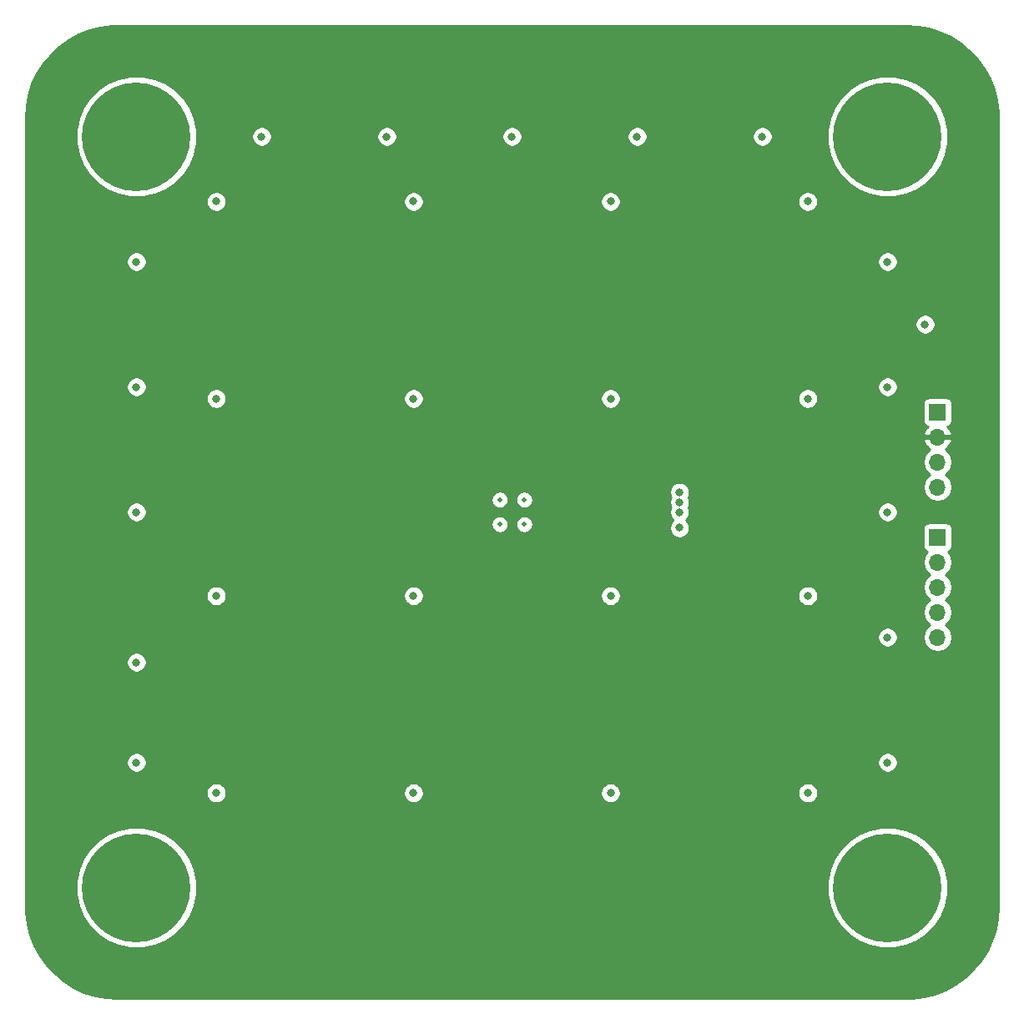
<source format=gbr>
G04 #@! TF.GenerationSoftware,KiCad,Pcbnew,(5.1.5)-3*
G04 #@! TF.CreationDate,2020-04-16T13:08:58+02:00*
G04 #@! TF.ProjectId,TGPG_breakoutboard,54475047-5f62-4726-9561-6b6f7574626f,rev?*
G04 #@! TF.SameCoordinates,Original*
G04 #@! TF.FileFunction,Copper,L3,Inr*
G04 #@! TF.FilePolarity,Positive*
%FSLAX46Y46*%
G04 Gerber Fmt 4.6, Leading zero omitted, Abs format (unit mm)*
G04 Created by KiCad (PCBNEW (5.1.5)-3) date 2020-04-16 13:08:58*
%MOMM*%
%LPD*%
G04 APERTURE LIST*
%ADD10C,11.000000*%
%ADD11O,1.700000X1.700000*%
%ADD12R,1.700000X1.700000*%
%ADD13C,0.500000*%
%ADD14C,0.800000*%
%ADD15C,0.254000*%
G04 APERTURE END LIST*
D10*
X178100000Y-51900000D03*
X178100000Y-128100000D03*
X101900000Y-128100000D03*
X101900000Y-51900000D03*
D11*
X183180000Y-87460000D03*
X183180000Y-84920000D03*
X183180000Y-82380000D03*
D12*
X183180000Y-79840000D03*
D11*
X183180000Y-102700000D03*
X183180000Y-100160000D03*
X183180000Y-97620000D03*
X183180000Y-95080000D03*
D12*
X183180000Y-92540000D03*
D13*
X138750000Y-91250000D03*
X138750000Y-88750000D03*
D14*
X110000000Y-58500000D03*
X130000000Y-58500000D03*
X150000000Y-58500000D03*
X170000000Y-58500000D03*
X110000000Y-78500000D03*
X130000000Y-78500000D03*
X150000000Y-78500000D03*
X170000000Y-78500000D03*
X110000000Y-98500000D03*
X130000000Y-98500000D03*
X150000000Y-98500000D03*
X170000000Y-98500000D03*
X110000000Y-118500000D03*
X130000000Y-118500000D03*
X150000000Y-118500000D03*
X170000000Y-118500000D03*
D13*
X141250000Y-88750000D03*
X141250000Y-91250000D03*
D14*
X181910000Y-70950000D03*
X101900000Y-64600000D03*
X101900000Y-77300000D03*
X101900000Y-90000000D03*
X101900000Y-105240000D03*
X101900000Y-115400000D03*
X178100000Y-115400000D03*
X178100000Y-102700000D03*
X178100000Y-90000000D03*
X178100000Y-77300000D03*
X178100000Y-64600000D03*
X165400000Y-51900000D03*
X152700000Y-51900000D03*
X140000000Y-51900000D03*
X127300000Y-51900000D03*
X114600000Y-51900000D03*
D13*
X140400000Y-92750000D03*
D14*
X110000000Y-61500000D03*
X130000000Y-61500000D03*
X150000000Y-61500000D03*
X170000000Y-61500000D03*
X110000000Y-81500000D03*
X130000000Y-81500000D03*
X150000000Y-81500000D03*
X170000000Y-81500000D03*
X110000000Y-101500000D03*
X130000000Y-101500000D03*
X150000000Y-101500000D03*
X170000000Y-101500000D03*
X110000000Y-121500000D03*
X130000000Y-121500000D03*
X150000000Y-121500000D03*
X170000000Y-121500000D03*
X157000000Y-90000000D03*
X157000000Y-89000000D03*
X157000000Y-88000000D03*
X157000000Y-91600000D03*
D15*
G36*
X181170449Y-40734944D02*
G01*
X182322444Y-40954698D01*
X183437801Y-41317100D01*
X184498955Y-41816441D01*
X185489146Y-42444836D01*
X186392776Y-43192383D01*
X187195588Y-44047292D01*
X187884922Y-44996079D01*
X188449903Y-46023774D01*
X188881627Y-47114186D01*
X189173281Y-48250103D01*
X189321571Y-49423941D01*
X189340000Y-50010358D01*
X189340001Y-129979237D01*
X189265056Y-131170448D01*
X189045302Y-132322444D01*
X188682900Y-133437801D01*
X188183560Y-134498952D01*
X187555165Y-135489144D01*
X186807612Y-136392780D01*
X185952708Y-137195588D01*
X185003922Y-137884922D01*
X183976227Y-138449903D01*
X182885813Y-138881627D01*
X181749897Y-139173281D01*
X180576058Y-139321571D01*
X179989642Y-139340000D01*
X100020747Y-139340000D01*
X98829552Y-139265056D01*
X97677556Y-139045302D01*
X96562199Y-138682900D01*
X95501048Y-138183560D01*
X94510856Y-137555165D01*
X93607220Y-136807612D01*
X92804412Y-135952708D01*
X92115078Y-135003922D01*
X91550097Y-133976227D01*
X91118373Y-132885813D01*
X90826719Y-131749897D01*
X90678429Y-130576058D01*
X90660000Y-129989642D01*
X90660000Y-127495755D01*
X95765000Y-127495755D01*
X95765000Y-128704245D01*
X96000764Y-129889514D01*
X96463233Y-131006012D01*
X97134634Y-132010835D01*
X97989165Y-132865366D01*
X98993988Y-133536767D01*
X100110486Y-133999236D01*
X101295755Y-134235000D01*
X102504245Y-134235000D01*
X103689514Y-133999236D01*
X104806012Y-133536767D01*
X105810835Y-132865366D01*
X106665366Y-132010835D01*
X107336767Y-131006012D01*
X107799236Y-129889514D01*
X108035000Y-128704245D01*
X108035000Y-127495755D01*
X171965000Y-127495755D01*
X171965000Y-128704245D01*
X172200764Y-129889514D01*
X172663233Y-131006012D01*
X173334634Y-132010835D01*
X174189165Y-132865366D01*
X175193988Y-133536767D01*
X176310486Y-133999236D01*
X177495755Y-134235000D01*
X178704245Y-134235000D01*
X179889514Y-133999236D01*
X181006012Y-133536767D01*
X182010835Y-132865366D01*
X182865366Y-132010835D01*
X183536767Y-131006012D01*
X183999236Y-129889514D01*
X184235000Y-128704245D01*
X184235000Y-127495755D01*
X183999236Y-126310486D01*
X183536767Y-125193988D01*
X182865366Y-124189165D01*
X182010835Y-123334634D01*
X181006012Y-122663233D01*
X179889514Y-122200764D01*
X178704245Y-121965000D01*
X177495755Y-121965000D01*
X176310486Y-122200764D01*
X175193988Y-122663233D01*
X174189165Y-123334634D01*
X173334634Y-124189165D01*
X172663233Y-125193988D01*
X172200764Y-126310486D01*
X171965000Y-127495755D01*
X108035000Y-127495755D01*
X107799236Y-126310486D01*
X107336767Y-125193988D01*
X106665366Y-124189165D01*
X105810835Y-123334634D01*
X104806012Y-122663233D01*
X103689514Y-122200764D01*
X102504245Y-121965000D01*
X101295755Y-121965000D01*
X100110486Y-122200764D01*
X98993988Y-122663233D01*
X97989165Y-123334634D01*
X97134634Y-124189165D01*
X96463233Y-125193988D01*
X96000764Y-126310486D01*
X95765000Y-127495755D01*
X90660000Y-127495755D01*
X90660000Y-118398061D01*
X108965000Y-118398061D01*
X108965000Y-118601939D01*
X109004774Y-118801898D01*
X109082795Y-118990256D01*
X109196063Y-119159774D01*
X109340226Y-119303937D01*
X109509744Y-119417205D01*
X109698102Y-119495226D01*
X109898061Y-119535000D01*
X110101939Y-119535000D01*
X110301898Y-119495226D01*
X110490256Y-119417205D01*
X110659774Y-119303937D01*
X110803937Y-119159774D01*
X110917205Y-118990256D01*
X110995226Y-118801898D01*
X111035000Y-118601939D01*
X111035000Y-118398061D01*
X128965000Y-118398061D01*
X128965000Y-118601939D01*
X129004774Y-118801898D01*
X129082795Y-118990256D01*
X129196063Y-119159774D01*
X129340226Y-119303937D01*
X129509744Y-119417205D01*
X129698102Y-119495226D01*
X129898061Y-119535000D01*
X130101939Y-119535000D01*
X130301898Y-119495226D01*
X130490256Y-119417205D01*
X130659774Y-119303937D01*
X130803937Y-119159774D01*
X130917205Y-118990256D01*
X130995226Y-118801898D01*
X131035000Y-118601939D01*
X131035000Y-118398061D01*
X148965000Y-118398061D01*
X148965000Y-118601939D01*
X149004774Y-118801898D01*
X149082795Y-118990256D01*
X149196063Y-119159774D01*
X149340226Y-119303937D01*
X149509744Y-119417205D01*
X149698102Y-119495226D01*
X149898061Y-119535000D01*
X150101939Y-119535000D01*
X150301898Y-119495226D01*
X150490256Y-119417205D01*
X150659774Y-119303937D01*
X150803937Y-119159774D01*
X150917205Y-118990256D01*
X150995226Y-118801898D01*
X151035000Y-118601939D01*
X151035000Y-118398061D01*
X168965000Y-118398061D01*
X168965000Y-118601939D01*
X169004774Y-118801898D01*
X169082795Y-118990256D01*
X169196063Y-119159774D01*
X169340226Y-119303937D01*
X169509744Y-119417205D01*
X169698102Y-119495226D01*
X169898061Y-119535000D01*
X170101939Y-119535000D01*
X170301898Y-119495226D01*
X170490256Y-119417205D01*
X170659774Y-119303937D01*
X170803937Y-119159774D01*
X170917205Y-118990256D01*
X170995226Y-118801898D01*
X171035000Y-118601939D01*
X171035000Y-118398061D01*
X170995226Y-118198102D01*
X170917205Y-118009744D01*
X170803937Y-117840226D01*
X170659774Y-117696063D01*
X170490256Y-117582795D01*
X170301898Y-117504774D01*
X170101939Y-117465000D01*
X169898061Y-117465000D01*
X169698102Y-117504774D01*
X169509744Y-117582795D01*
X169340226Y-117696063D01*
X169196063Y-117840226D01*
X169082795Y-118009744D01*
X169004774Y-118198102D01*
X168965000Y-118398061D01*
X151035000Y-118398061D01*
X150995226Y-118198102D01*
X150917205Y-118009744D01*
X150803937Y-117840226D01*
X150659774Y-117696063D01*
X150490256Y-117582795D01*
X150301898Y-117504774D01*
X150101939Y-117465000D01*
X149898061Y-117465000D01*
X149698102Y-117504774D01*
X149509744Y-117582795D01*
X149340226Y-117696063D01*
X149196063Y-117840226D01*
X149082795Y-118009744D01*
X149004774Y-118198102D01*
X148965000Y-118398061D01*
X131035000Y-118398061D01*
X130995226Y-118198102D01*
X130917205Y-118009744D01*
X130803937Y-117840226D01*
X130659774Y-117696063D01*
X130490256Y-117582795D01*
X130301898Y-117504774D01*
X130101939Y-117465000D01*
X129898061Y-117465000D01*
X129698102Y-117504774D01*
X129509744Y-117582795D01*
X129340226Y-117696063D01*
X129196063Y-117840226D01*
X129082795Y-118009744D01*
X129004774Y-118198102D01*
X128965000Y-118398061D01*
X111035000Y-118398061D01*
X110995226Y-118198102D01*
X110917205Y-118009744D01*
X110803937Y-117840226D01*
X110659774Y-117696063D01*
X110490256Y-117582795D01*
X110301898Y-117504774D01*
X110101939Y-117465000D01*
X109898061Y-117465000D01*
X109698102Y-117504774D01*
X109509744Y-117582795D01*
X109340226Y-117696063D01*
X109196063Y-117840226D01*
X109082795Y-118009744D01*
X109004774Y-118198102D01*
X108965000Y-118398061D01*
X90660000Y-118398061D01*
X90660000Y-115298061D01*
X100865000Y-115298061D01*
X100865000Y-115501939D01*
X100904774Y-115701898D01*
X100982795Y-115890256D01*
X101096063Y-116059774D01*
X101240226Y-116203937D01*
X101409744Y-116317205D01*
X101598102Y-116395226D01*
X101798061Y-116435000D01*
X102001939Y-116435000D01*
X102201898Y-116395226D01*
X102390256Y-116317205D01*
X102559774Y-116203937D01*
X102703937Y-116059774D01*
X102817205Y-115890256D01*
X102895226Y-115701898D01*
X102935000Y-115501939D01*
X102935000Y-115298061D01*
X177065000Y-115298061D01*
X177065000Y-115501939D01*
X177104774Y-115701898D01*
X177182795Y-115890256D01*
X177296063Y-116059774D01*
X177440226Y-116203937D01*
X177609744Y-116317205D01*
X177798102Y-116395226D01*
X177998061Y-116435000D01*
X178201939Y-116435000D01*
X178401898Y-116395226D01*
X178590256Y-116317205D01*
X178759774Y-116203937D01*
X178903937Y-116059774D01*
X179017205Y-115890256D01*
X179095226Y-115701898D01*
X179135000Y-115501939D01*
X179135000Y-115298061D01*
X179095226Y-115098102D01*
X179017205Y-114909744D01*
X178903937Y-114740226D01*
X178759774Y-114596063D01*
X178590256Y-114482795D01*
X178401898Y-114404774D01*
X178201939Y-114365000D01*
X177998061Y-114365000D01*
X177798102Y-114404774D01*
X177609744Y-114482795D01*
X177440226Y-114596063D01*
X177296063Y-114740226D01*
X177182795Y-114909744D01*
X177104774Y-115098102D01*
X177065000Y-115298061D01*
X102935000Y-115298061D01*
X102895226Y-115098102D01*
X102817205Y-114909744D01*
X102703937Y-114740226D01*
X102559774Y-114596063D01*
X102390256Y-114482795D01*
X102201898Y-114404774D01*
X102001939Y-114365000D01*
X101798061Y-114365000D01*
X101598102Y-114404774D01*
X101409744Y-114482795D01*
X101240226Y-114596063D01*
X101096063Y-114740226D01*
X100982795Y-114909744D01*
X100904774Y-115098102D01*
X100865000Y-115298061D01*
X90660000Y-115298061D01*
X90660000Y-105138061D01*
X100865000Y-105138061D01*
X100865000Y-105341939D01*
X100904774Y-105541898D01*
X100982795Y-105730256D01*
X101096063Y-105899774D01*
X101240226Y-106043937D01*
X101409744Y-106157205D01*
X101598102Y-106235226D01*
X101798061Y-106275000D01*
X102001939Y-106275000D01*
X102201898Y-106235226D01*
X102390256Y-106157205D01*
X102559774Y-106043937D01*
X102703937Y-105899774D01*
X102817205Y-105730256D01*
X102895226Y-105541898D01*
X102935000Y-105341939D01*
X102935000Y-105138061D01*
X102895226Y-104938102D01*
X102817205Y-104749744D01*
X102703937Y-104580226D01*
X102559774Y-104436063D01*
X102390256Y-104322795D01*
X102201898Y-104244774D01*
X102001939Y-104205000D01*
X101798061Y-104205000D01*
X101598102Y-104244774D01*
X101409744Y-104322795D01*
X101240226Y-104436063D01*
X101096063Y-104580226D01*
X100982795Y-104749744D01*
X100904774Y-104938102D01*
X100865000Y-105138061D01*
X90660000Y-105138061D01*
X90660000Y-102598061D01*
X177065000Y-102598061D01*
X177065000Y-102801939D01*
X177104774Y-103001898D01*
X177182795Y-103190256D01*
X177296063Y-103359774D01*
X177440226Y-103503937D01*
X177609744Y-103617205D01*
X177798102Y-103695226D01*
X177998061Y-103735000D01*
X178201939Y-103735000D01*
X178401898Y-103695226D01*
X178590256Y-103617205D01*
X178759774Y-103503937D01*
X178903937Y-103359774D01*
X179017205Y-103190256D01*
X179095226Y-103001898D01*
X179135000Y-102801939D01*
X179135000Y-102598061D01*
X179095226Y-102398102D01*
X179017205Y-102209744D01*
X178903937Y-102040226D01*
X178759774Y-101896063D01*
X178590256Y-101782795D01*
X178401898Y-101704774D01*
X178201939Y-101665000D01*
X177998061Y-101665000D01*
X177798102Y-101704774D01*
X177609744Y-101782795D01*
X177440226Y-101896063D01*
X177296063Y-102040226D01*
X177182795Y-102209744D01*
X177104774Y-102398102D01*
X177065000Y-102598061D01*
X90660000Y-102598061D01*
X90660000Y-98398061D01*
X108965000Y-98398061D01*
X108965000Y-98601939D01*
X109004774Y-98801898D01*
X109082795Y-98990256D01*
X109196063Y-99159774D01*
X109340226Y-99303937D01*
X109509744Y-99417205D01*
X109698102Y-99495226D01*
X109898061Y-99535000D01*
X110101939Y-99535000D01*
X110301898Y-99495226D01*
X110490256Y-99417205D01*
X110659774Y-99303937D01*
X110803937Y-99159774D01*
X110917205Y-98990256D01*
X110995226Y-98801898D01*
X111035000Y-98601939D01*
X111035000Y-98398061D01*
X128965000Y-98398061D01*
X128965000Y-98601939D01*
X129004774Y-98801898D01*
X129082795Y-98990256D01*
X129196063Y-99159774D01*
X129340226Y-99303937D01*
X129509744Y-99417205D01*
X129698102Y-99495226D01*
X129898061Y-99535000D01*
X130101939Y-99535000D01*
X130301898Y-99495226D01*
X130490256Y-99417205D01*
X130659774Y-99303937D01*
X130803937Y-99159774D01*
X130917205Y-98990256D01*
X130995226Y-98801898D01*
X131035000Y-98601939D01*
X131035000Y-98398061D01*
X148965000Y-98398061D01*
X148965000Y-98601939D01*
X149004774Y-98801898D01*
X149082795Y-98990256D01*
X149196063Y-99159774D01*
X149340226Y-99303937D01*
X149509744Y-99417205D01*
X149698102Y-99495226D01*
X149898061Y-99535000D01*
X150101939Y-99535000D01*
X150301898Y-99495226D01*
X150490256Y-99417205D01*
X150659774Y-99303937D01*
X150803937Y-99159774D01*
X150917205Y-98990256D01*
X150995226Y-98801898D01*
X151035000Y-98601939D01*
X151035000Y-98398061D01*
X168965000Y-98398061D01*
X168965000Y-98601939D01*
X169004774Y-98801898D01*
X169082795Y-98990256D01*
X169196063Y-99159774D01*
X169340226Y-99303937D01*
X169509744Y-99417205D01*
X169698102Y-99495226D01*
X169898061Y-99535000D01*
X170101939Y-99535000D01*
X170301898Y-99495226D01*
X170490256Y-99417205D01*
X170659774Y-99303937D01*
X170803937Y-99159774D01*
X170917205Y-98990256D01*
X170995226Y-98801898D01*
X171035000Y-98601939D01*
X171035000Y-98398061D01*
X170995226Y-98198102D01*
X170917205Y-98009744D01*
X170803937Y-97840226D01*
X170659774Y-97696063D01*
X170490256Y-97582795D01*
X170301898Y-97504774D01*
X170101939Y-97465000D01*
X169898061Y-97465000D01*
X169698102Y-97504774D01*
X169509744Y-97582795D01*
X169340226Y-97696063D01*
X169196063Y-97840226D01*
X169082795Y-98009744D01*
X169004774Y-98198102D01*
X168965000Y-98398061D01*
X151035000Y-98398061D01*
X150995226Y-98198102D01*
X150917205Y-98009744D01*
X150803937Y-97840226D01*
X150659774Y-97696063D01*
X150490256Y-97582795D01*
X150301898Y-97504774D01*
X150101939Y-97465000D01*
X149898061Y-97465000D01*
X149698102Y-97504774D01*
X149509744Y-97582795D01*
X149340226Y-97696063D01*
X149196063Y-97840226D01*
X149082795Y-98009744D01*
X149004774Y-98198102D01*
X148965000Y-98398061D01*
X131035000Y-98398061D01*
X130995226Y-98198102D01*
X130917205Y-98009744D01*
X130803937Y-97840226D01*
X130659774Y-97696063D01*
X130490256Y-97582795D01*
X130301898Y-97504774D01*
X130101939Y-97465000D01*
X129898061Y-97465000D01*
X129698102Y-97504774D01*
X129509744Y-97582795D01*
X129340226Y-97696063D01*
X129196063Y-97840226D01*
X129082795Y-98009744D01*
X129004774Y-98198102D01*
X128965000Y-98398061D01*
X111035000Y-98398061D01*
X110995226Y-98198102D01*
X110917205Y-98009744D01*
X110803937Y-97840226D01*
X110659774Y-97696063D01*
X110490256Y-97582795D01*
X110301898Y-97504774D01*
X110101939Y-97465000D01*
X109898061Y-97465000D01*
X109698102Y-97504774D01*
X109509744Y-97582795D01*
X109340226Y-97696063D01*
X109196063Y-97840226D01*
X109082795Y-98009744D01*
X109004774Y-98198102D01*
X108965000Y-98398061D01*
X90660000Y-98398061D01*
X90660000Y-91162835D01*
X137865000Y-91162835D01*
X137865000Y-91337165D01*
X137899010Y-91508145D01*
X137965723Y-91669205D01*
X138062576Y-91814155D01*
X138185845Y-91937424D01*
X138330795Y-92034277D01*
X138491855Y-92100990D01*
X138662835Y-92135000D01*
X138837165Y-92135000D01*
X139008145Y-92100990D01*
X139169205Y-92034277D01*
X139314155Y-91937424D01*
X139437424Y-91814155D01*
X139534277Y-91669205D01*
X139600990Y-91508145D01*
X139635000Y-91337165D01*
X139635000Y-91162835D01*
X140365000Y-91162835D01*
X140365000Y-91337165D01*
X140399010Y-91508145D01*
X140465723Y-91669205D01*
X140562576Y-91814155D01*
X140685845Y-91937424D01*
X140830795Y-92034277D01*
X140991855Y-92100990D01*
X141162835Y-92135000D01*
X141337165Y-92135000D01*
X141508145Y-92100990D01*
X141669205Y-92034277D01*
X141814155Y-91937424D01*
X141937424Y-91814155D01*
X142034277Y-91669205D01*
X142100990Y-91508145D01*
X142135000Y-91337165D01*
X142135000Y-91162835D01*
X142100990Y-90991855D01*
X142034277Y-90830795D01*
X141937424Y-90685845D01*
X141814155Y-90562576D01*
X141669205Y-90465723D01*
X141508145Y-90399010D01*
X141337165Y-90365000D01*
X141162835Y-90365000D01*
X140991855Y-90399010D01*
X140830795Y-90465723D01*
X140685845Y-90562576D01*
X140562576Y-90685845D01*
X140465723Y-90830795D01*
X140399010Y-90991855D01*
X140365000Y-91162835D01*
X139635000Y-91162835D01*
X139600990Y-90991855D01*
X139534277Y-90830795D01*
X139437424Y-90685845D01*
X139314155Y-90562576D01*
X139169205Y-90465723D01*
X139008145Y-90399010D01*
X138837165Y-90365000D01*
X138662835Y-90365000D01*
X138491855Y-90399010D01*
X138330795Y-90465723D01*
X138185845Y-90562576D01*
X138062576Y-90685845D01*
X137965723Y-90830795D01*
X137899010Y-90991855D01*
X137865000Y-91162835D01*
X90660000Y-91162835D01*
X90660000Y-89898061D01*
X100865000Y-89898061D01*
X100865000Y-90101939D01*
X100904774Y-90301898D01*
X100982795Y-90490256D01*
X101096063Y-90659774D01*
X101240226Y-90803937D01*
X101409744Y-90917205D01*
X101598102Y-90995226D01*
X101798061Y-91035000D01*
X102001939Y-91035000D01*
X102201898Y-90995226D01*
X102390256Y-90917205D01*
X102559774Y-90803937D01*
X102703937Y-90659774D01*
X102817205Y-90490256D01*
X102895226Y-90301898D01*
X102935000Y-90101939D01*
X102935000Y-89898061D01*
X102895226Y-89698102D01*
X102817205Y-89509744D01*
X102703937Y-89340226D01*
X102559774Y-89196063D01*
X102390256Y-89082795D01*
X102201898Y-89004774D01*
X102001939Y-88965000D01*
X101798061Y-88965000D01*
X101598102Y-89004774D01*
X101409744Y-89082795D01*
X101240226Y-89196063D01*
X101096063Y-89340226D01*
X100982795Y-89509744D01*
X100904774Y-89698102D01*
X100865000Y-89898061D01*
X90660000Y-89898061D01*
X90660000Y-88662835D01*
X137865000Y-88662835D01*
X137865000Y-88837165D01*
X137899010Y-89008145D01*
X137965723Y-89169205D01*
X138062576Y-89314155D01*
X138185845Y-89437424D01*
X138330795Y-89534277D01*
X138491855Y-89600990D01*
X138662835Y-89635000D01*
X138837165Y-89635000D01*
X139008145Y-89600990D01*
X139169205Y-89534277D01*
X139314155Y-89437424D01*
X139437424Y-89314155D01*
X139534277Y-89169205D01*
X139600990Y-89008145D01*
X139635000Y-88837165D01*
X139635000Y-88662835D01*
X140365000Y-88662835D01*
X140365000Y-88837165D01*
X140399010Y-89008145D01*
X140465723Y-89169205D01*
X140562576Y-89314155D01*
X140685845Y-89437424D01*
X140830795Y-89534277D01*
X140991855Y-89600990D01*
X141162835Y-89635000D01*
X141337165Y-89635000D01*
X141508145Y-89600990D01*
X141669205Y-89534277D01*
X141814155Y-89437424D01*
X141937424Y-89314155D01*
X142034277Y-89169205D01*
X142100990Y-89008145D01*
X142135000Y-88837165D01*
X142135000Y-88662835D01*
X142100990Y-88491855D01*
X142034277Y-88330795D01*
X141937424Y-88185845D01*
X141814155Y-88062576D01*
X141669205Y-87965723D01*
X141508145Y-87899010D01*
X141503375Y-87898061D01*
X155965000Y-87898061D01*
X155965000Y-88101939D01*
X156004774Y-88301898D01*
X156082795Y-88490256D01*
X156089306Y-88500000D01*
X156082795Y-88509744D01*
X156004774Y-88698102D01*
X155965000Y-88898061D01*
X155965000Y-89101939D01*
X156004774Y-89301898D01*
X156082795Y-89490256D01*
X156089306Y-89500000D01*
X156082795Y-89509744D01*
X156004774Y-89698102D01*
X155965000Y-89898061D01*
X155965000Y-90101939D01*
X156004774Y-90301898D01*
X156082795Y-90490256D01*
X156196063Y-90659774D01*
X156336289Y-90800000D01*
X156196063Y-90940226D01*
X156082795Y-91109744D01*
X156004774Y-91298102D01*
X155965000Y-91498061D01*
X155965000Y-91701939D01*
X156004774Y-91901898D01*
X156082795Y-92090256D01*
X156196063Y-92259774D01*
X156340226Y-92403937D01*
X156509744Y-92517205D01*
X156698102Y-92595226D01*
X156898061Y-92635000D01*
X157101939Y-92635000D01*
X157301898Y-92595226D01*
X157490256Y-92517205D01*
X157659774Y-92403937D01*
X157803937Y-92259774D01*
X157917205Y-92090256D01*
X157995226Y-91901898D01*
X158035000Y-91701939D01*
X158035000Y-91690000D01*
X181691928Y-91690000D01*
X181691928Y-93390000D01*
X181704188Y-93514482D01*
X181740498Y-93634180D01*
X181799463Y-93744494D01*
X181878815Y-93841185D01*
X181975506Y-93920537D01*
X182085820Y-93979502D01*
X182158380Y-94001513D01*
X182026525Y-94133368D01*
X181864010Y-94376589D01*
X181752068Y-94646842D01*
X181695000Y-94933740D01*
X181695000Y-95226260D01*
X181752068Y-95513158D01*
X181864010Y-95783411D01*
X182026525Y-96026632D01*
X182233368Y-96233475D01*
X182407760Y-96350000D01*
X182233368Y-96466525D01*
X182026525Y-96673368D01*
X181864010Y-96916589D01*
X181752068Y-97186842D01*
X181695000Y-97473740D01*
X181695000Y-97766260D01*
X181752068Y-98053158D01*
X181864010Y-98323411D01*
X182026525Y-98566632D01*
X182233368Y-98773475D01*
X182407760Y-98890000D01*
X182233368Y-99006525D01*
X182026525Y-99213368D01*
X181864010Y-99456589D01*
X181752068Y-99726842D01*
X181695000Y-100013740D01*
X181695000Y-100306260D01*
X181752068Y-100593158D01*
X181864010Y-100863411D01*
X182026525Y-101106632D01*
X182233368Y-101313475D01*
X182407760Y-101430000D01*
X182233368Y-101546525D01*
X182026525Y-101753368D01*
X181864010Y-101996589D01*
X181752068Y-102266842D01*
X181695000Y-102553740D01*
X181695000Y-102846260D01*
X181752068Y-103133158D01*
X181864010Y-103403411D01*
X182026525Y-103646632D01*
X182233368Y-103853475D01*
X182476589Y-104015990D01*
X182746842Y-104127932D01*
X183033740Y-104185000D01*
X183326260Y-104185000D01*
X183613158Y-104127932D01*
X183883411Y-104015990D01*
X184126632Y-103853475D01*
X184333475Y-103646632D01*
X184495990Y-103403411D01*
X184607932Y-103133158D01*
X184665000Y-102846260D01*
X184665000Y-102553740D01*
X184607932Y-102266842D01*
X184495990Y-101996589D01*
X184333475Y-101753368D01*
X184126632Y-101546525D01*
X183952240Y-101430000D01*
X184126632Y-101313475D01*
X184333475Y-101106632D01*
X184495990Y-100863411D01*
X184607932Y-100593158D01*
X184665000Y-100306260D01*
X184665000Y-100013740D01*
X184607932Y-99726842D01*
X184495990Y-99456589D01*
X184333475Y-99213368D01*
X184126632Y-99006525D01*
X183952240Y-98890000D01*
X184126632Y-98773475D01*
X184333475Y-98566632D01*
X184495990Y-98323411D01*
X184607932Y-98053158D01*
X184665000Y-97766260D01*
X184665000Y-97473740D01*
X184607932Y-97186842D01*
X184495990Y-96916589D01*
X184333475Y-96673368D01*
X184126632Y-96466525D01*
X183952240Y-96350000D01*
X184126632Y-96233475D01*
X184333475Y-96026632D01*
X184495990Y-95783411D01*
X184607932Y-95513158D01*
X184665000Y-95226260D01*
X184665000Y-94933740D01*
X184607932Y-94646842D01*
X184495990Y-94376589D01*
X184333475Y-94133368D01*
X184201620Y-94001513D01*
X184274180Y-93979502D01*
X184384494Y-93920537D01*
X184481185Y-93841185D01*
X184560537Y-93744494D01*
X184619502Y-93634180D01*
X184655812Y-93514482D01*
X184668072Y-93390000D01*
X184668072Y-91690000D01*
X184655812Y-91565518D01*
X184619502Y-91445820D01*
X184560537Y-91335506D01*
X184481185Y-91238815D01*
X184384494Y-91159463D01*
X184274180Y-91100498D01*
X184154482Y-91064188D01*
X184030000Y-91051928D01*
X182330000Y-91051928D01*
X182205518Y-91064188D01*
X182085820Y-91100498D01*
X181975506Y-91159463D01*
X181878815Y-91238815D01*
X181799463Y-91335506D01*
X181740498Y-91445820D01*
X181704188Y-91565518D01*
X181691928Y-91690000D01*
X158035000Y-91690000D01*
X158035000Y-91498061D01*
X157995226Y-91298102D01*
X157917205Y-91109744D01*
X157803937Y-90940226D01*
X157663711Y-90800000D01*
X157803937Y-90659774D01*
X157917205Y-90490256D01*
X157995226Y-90301898D01*
X158035000Y-90101939D01*
X158035000Y-89898061D01*
X177065000Y-89898061D01*
X177065000Y-90101939D01*
X177104774Y-90301898D01*
X177182795Y-90490256D01*
X177296063Y-90659774D01*
X177440226Y-90803937D01*
X177609744Y-90917205D01*
X177798102Y-90995226D01*
X177998061Y-91035000D01*
X178201939Y-91035000D01*
X178401898Y-90995226D01*
X178590256Y-90917205D01*
X178759774Y-90803937D01*
X178903937Y-90659774D01*
X179017205Y-90490256D01*
X179095226Y-90301898D01*
X179135000Y-90101939D01*
X179135000Y-89898061D01*
X179095226Y-89698102D01*
X179017205Y-89509744D01*
X178903937Y-89340226D01*
X178759774Y-89196063D01*
X178590256Y-89082795D01*
X178401898Y-89004774D01*
X178201939Y-88965000D01*
X177998061Y-88965000D01*
X177798102Y-89004774D01*
X177609744Y-89082795D01*
X177440226Y-89196063D01*
X177296063Y-89340226D01*
X177182795Y-89509744D01*
X177104774Y-89698102D01*
X177065000Y-89898061D01*
X158035000Y-89898061D01*
X157995226Y-89698102D01*
X157917205Y-89509744D01*
X157910694Y-89500000D01*
X157917205Y-89490256D01*
X157995226Y-89301898D01*
X158035000Y-89101939D01*
X158035000Y-88898061D01*
X157995226Y-88698102D01*
X157917205Y-88509744D01*
X157910694Y-88500000D01*
X157917205Y-88490256D01*
X157995226Y-88301898D01*
X158035000Y-88101939D01*
X158035000Y-87898061D01*
X157995226Y-87698102D01*
X157917205Y-87509744D01*
X157803937Y-87340226D01*
X157659774Y-87196063D01*
X157490256Y-87082795D01*
X157301898Y-87004774D01*
X157101939Y-86965000D01*
X156898061Y-86965000D01*
X156698102Y-87004774D01*
X156509744Y-87082795D01*
X156340226Y-87196063D01*
X156196063Y-87340226D01*
X156082795Y-87509744D01*
X156004774Y-87698102D01*
X155965000Y-87898061D01*
X141503375Y-87898061D01*
X141337165Y-87865000D01*
X141162835Y-87865000D01*
X140991855Y-87899010D01*
X140830795Y-87965723D01*
X140685845Y-88062576D01*
X140562576Y-88185845D01*
X140465723Y-88330795D01*
X140399010Y-88491855D01*
X140365000Y-88662835D01*
X139635000Y-88662835D01*
X139600990Y-88491855D01*
X139534277Y-88330795D01*
X139437424Y-88185845D01*
X139314155Y-88062576D01*
X139169205Y-87965723D01*
X139008145Y-87899010D01*
X138837165Y-87865000D01*
X138662835Y-87865000D01*
X138491855Y-87899010D01*
X138330795Y-87965723D01*
X138185845Y-88062576D01*
X138062576Y-88185845D01*
X137965723Y-88330795D01*
X137899010Y-88491855D01*
X137865000Y-88662835D01*
X90660000Y-88662835D01*
X90660000Y-84773740D01*
X181695000Y-84773740D01*
X181695000Y-85066260D01*
X181752068Y-85353158D01*
X181864010Y-85623411D01*
X182026525Y-85866632D01*
X182233368Y-86073475D01*
X182407760Y-86190000D01*
X182233368Y-86306525D01*
X182026525Y-86513368D01*
X181864010Y-86756589D01*
X181752068Y-87026842D01*
X181695000Y-87313740D01*
X181695000Y-87606260D01*
X181752068Y-87893158D01*
X181864010Y-88163411D01*
X182026525Y-88406632D01*
X182233368Y-88613475D01*
X182476589Y-88775990D01*
X182746842Y-88887932D01*
X183033740Y-88945000D01*
X183326260Y-88945000D01*
X183613158Y-88887932D01*
X183883411Y-88775990D01*
X184126632Y-88613475D01*
X184333475Y-88406632D01*
X184495990Y-88163411D01*
X184607932Y-87893158D01*
X184665000Y-87606260D01*
X184665000Y-87313740D01*
X184607932Y-87026842D01*
X184495990Y-86756589D01*
X184333475Y-86513368D01*
X184126632Y-86306525D01*
X183952240Y-86190000D01*
X184126632Y-86073475D01*
X184333475Y-85866632D01*
X184495990Y-85623411D01*
X184607932Y-85353158D01*
X184665000Y-85066260D01*
X184665000Y-84773740D01*
X184607932Y-84486842D01*
X184495990Y-84216589D01*
X184333475Y-83973368D01*
X184126632Y-83766525D01*
X183944466Y-83644805D01*
X184061355Y-83575178D01*
X184277588Y-83380269D01*
X184451641Y-83146920D01*
X184576825Y-82884099D01*
X184621476Y-82736890D01*
X184500155Y-82507000D01*
X183307000Y-82507000D01*
X183307000Y-82527000D01*
X183053000Y-82527000D01*
X183053000Y-82507000D01*
X181859845Y-82507000D01*
X181738524Y-82736890D01*
X181783175Y-82884099D01*
X181908359Y-83146920D01*
X182082412Y-83380269D01*
X182298645Y-83575178D01*
X182415534Y-83644805D01*
X182233368Y-83766525D01*
X182026525Y-83973368D01*
X181864010Y-84216589D01*
X181752068Y-84486842D01*
X181695000Y-84773740D01*
X90660000Y-84773740D01*
X90660000Y-78398061D01*
X108965000Y-78398061D01*
X108965000Y-78601939D01*
X109004774Y-78801898D01*
X109082795Y-78990256D01*
X109196063Y-79159774D01*
X109340226Y-79303937D01*
X109509744Y-79417205D01*
X109698102Y-79495226D01*
X109898061Y-79535000D01*
X110101939Y-79535000D01*
X110301898Y-79495226D01*
X110490256Y-79417205D01*
X110659774Y-79303937D01*
X110803937Y-79159774D01*
X110917205Y-78990256D01*
X110995226Y-78801898D01*
X111035000Y-78601939D01*
X111035000Y-78398061D01*
X128965000Y-78398061D01*
X128965000Y-78601939D01*
X129004774Y-78801898D01*
X129082795Y-78990256D01*
X129196063Y-79159774D01*
X129340226Y-79303937D01*
X129509744Y-79417205D01*
X129698102Y-79495226D01*
X129898061Y-79535000D01*
X130101939Y-79535000D01*
X130301898Y-79495226D01*
X130490256Y-79417205D01*
X130659774Y-79303937D01*
X130803937Y-79159774D01*
X130917205Y-78990256D01*
X130995226Y-78801898D01*
X131035000Y-78601939D01*
X131035000Y-78398061D01*
X148965000Y-78398061D01*
X148965000Y-78601939D01*
X149004774Y-78801898D01*
X149082795Y-78990256D01*
X149196063Y-79159774D01*
X149340226Y-79303937D01*
X149509744Y-79417205D01*
X149698102Y-79495226D01*
X149898061Y-79535000D01*
X150101939Y-79535000D01*
X150301898Y-79495226D01*
X150490256Y-79417205D01*
X150659774Y-79303937D01*
X150803937Y-79159774D01*
X150917205Y-78990256D01*
X150995226Y-78801898D01*
X151035000Y-78601939D01*
X151035000Y-78398061D01*
X168965000Y-78398061D01*
X168965000Y-78601939D01*
X169004774Y-78801898D01*
X169082795Y-78990256D01*
X169196063Y-79159774D01*
X169340226Y-79303937D01*
X169509744Y-79417205D01*
X169698102Y-79495226D01*
X169898061Y-79535000D01*
X170101939Y-79535000D01*
X170301898Y-79495226D01*
X170490256Y-79417205D01*
X170659774Y-79303937D01*
X170803937Y-79159774D01*
X170917205Y-78990256D01*
X170917311Y-78990000D01*
X181691928Y-78990000D01*
X181691928Y-80690000D01*
X181704188Y-80814482D01*
X181740498Y-80934180D01*
X181799463Y-81044494D01*
X181878815Y-81141185D01*
X181975506Y-81220537D01*
X182085820Y-81279502D01*
X182166466Y-81303966D01*
X182082412Y-81379731D01*
X181908359Y-81613080D01*
X181783175Y-81875901D01*
X181738524Y-82023110D01*
X181859845Y-82253000D01*
X183053000Y-82253000D01*
X183053000Y-82233000D01*
X183307000Y-82233000D01*
X183307000Y-82253000D01*
X184500155Y-82253000D01*
X184621476Y-82023110D01*
X184576825Y-81875901D01*
X184451641Y-81613080D01*
X184277588Y-81379731D01*
X184193534Y-81303966D01*
X184274180Y-81279502D01*
X184384494Y-81220537D01*
X184481185Y-81141185D01*
X184560537Y-81044494D01*
X184619502Y-80934180D01*
X184655812Y-80814482D01*
X184668072Y-80690000D01*
X184668072Y-78990000D01*
X184655812Y-78865518D01*
X184619502Y-78745820D01*
X184560537Y-78635506D01*
X184481185Y-78538815D01*
X184384494Y-78459463D01*
X184274180Y-78400498D01*
X184154482Y-78364188D01*
X184030000Y-78351928D01*
X182330000Y-78351928D01*
X182205518Y-78364188D01*
X182085820Y-78400498D01*
X181975506Y-78459463D01*
X181878815Y-78538815D01*
X181799463Y-78635506D01*
X181740498Y-78745820D01*
X181704188Y-78865518D01*
X181691928Y-78990000D01*
X170917311Y-78990000D01*
X170995226Y-78801898D01*
X171035000Y-78601939D01*
X171035000Y-78398061D01*
X170995226Y-78198102D01*
X170917205Y-78009744D01*
X170803937Y-77840226D01*
X170659774Y-77696063D01*
X170490256Y-77582795D01*
X170301898Y-77504774D01*
X170101939Y-77465000D01*
X169898061Y-77465000D01*
X169698102Y-77504774D01*
X169509744Y-77582795D01*
X169340226Y-77696063D01*
X169196063Y-77840226D01*
X169082795Y-78009744D01*
X169004774Y-78198102D01*
X168965000Y-78398061D01*
X151035000Y-78398061D01*
X150995226Y-78198102D01*
X150917205Y-78009744D01*
X150803937Y-77840226D01*
X150659774Y-77696063D01*
X150490256Y-77582795D01*
X150301898Y-77504774D01*
X150101939Y-77465000D01*
X149898061Y-77465000D01*
X149698102Y-77504774D01*
X149509744Y-77582795D01*
X149340226Y-77696063D01*
X149196063Y-77840226D01*
X149082795Y-78009744D01*
X149004774Y-78198102D01*
X148965000Y-78398061D01*
X131035000Y-78398061D01*
X130995226Y-78198102D01*
X130917205Y-78009744D01*
X130803937Y-77840226D01*
X130659774Y-77696063D01*
X130490256Y-77582795D01*
X130301898Y-77504774D01*
X130101939Y-77465000D01*
X129898061Y-77465000D01*
X129698102Y-77504774D01*
X129509744Y-77582795D01*
X129340226Y-77696063D01*
X129196063Y-77840226D01*
X129082795Y-78009744D01*
X129004774Y-78198102D01*
X128965000Y-78398061D01*
X111035000Y-78398061D01*
X110995226Y-78198102D01*
X110917205Y-78009744D01*
X110803937Y-77840226D01*
X110659774Y-77696063D01*
X110490256Y-77582795D01*
X110301898Y-77504774D01*
X110101939Y-77465000D01*
X109898061Y-77465000D01*
X109698102Y-77504774D01*
X109509744Y-77582795D01*
X109340226Y-77696063D01*
X109196063Y-77840226D01*
X109082795Y-78009744D01*
X109004774Y-78198102D01*
X108965000Y-78398061D01*
X90660000Y-78398061D01*
X90660000Y-77198061D01*
X100865000Y-77198061D01*
X100865000Y-77401939D01*
X100904774Y-77601898D01*
X100982795Y-77790256D01*
X101096063Y-77959774D01*
X101240226Y-78103937D01*
X101409744Y-78217205D01*
X101598102Y-78295226D01*
X101798061Y-78335000D01*
X102001939Y-78335000D01*
X102201898Y-78295226D01*
X102390256Y-78217205D01*
X102559774Y-78103937D01*
X102703937Y-77959774D01*
X102817205Y-77790256D01*
X102895226Y-77601898D01*
X102935000Y-77401939D01*
X102935000Y-77198061D01*
X177065000Y-77198061D01*
X177065000Y-77401939D01*
X177104774Y-77601898D01*
X177182795Y-77790256D01*
X177296063Y-77959774D01*
X177440226Y-78103937D01*
X177609744Y-78217205D01*
X177798102Y-78295226D01*
X177998061Y-78335000D01*
X178201939Y-78335000D01*
X178401898Y-78295226D01*
X178590256Y-78217205D01*
X178759774Y-78103937D01*
X178903937Y-77959774D01*
X179017205Y-77790256D01*
X179095226Y-77601898D01*
X179135000Y-77401939D01*
X179135000Y-77198061D01*
X179095226Y-76998102D01*
X179017205Y-76809744D01*
X178903937Y-76640226D01*
X178759774Y-76496063D01*
X178590256Y-76382795D01*
X178401898Y-76304774D01*
X178201939Y-76265000D01*
X177998061Y-76265000D01*
X177798102Y-76304774D01*
X177609744Y-76382795D01*
X177440226Y-76496063D01*
X177296063Y-76640226D01*
X177182795Y-76809744D01*
X177104774Y-76998102D01*
X177065000Y-77198061D01*
X102935000Y-77198061D01*
X102895226Y-76998102D01*
X102817205Y-76809744D01*
X102703937Y-76640226D01*
X102559774Y-76496063D01*
X102390256Y-76382795D01*
X102201898Y-76304774D01*
X102001939Y-76265000D01*
X101798061Y-76265000D01*
X101598102Y-76304774D01*
X101409744Y-76382795D01*
X101240226Y-76496063D01*
X101096063Y-76640226D01*
X100982795Y-76809744D01*
X100904774Y-76998102D01*
X100865000Y-77198061D01*
X90660000Y-77198061D01*
X90660000Y-70848061D01*
X180875000Y-70848061D01*
X180875000Y-71051939D01*
X180914774Y-71251898D01*
X180992795Y-71440256D01*
X181106063Y-71609774D01*
X181250226Y-71753937D01*
X181419744Y-71867205D01*
X181608102Y-71945226D01*
X181808061Y-71985000D01*
X182011939Y-71985000D01*
X182211898Y-71945226D01*
X182400256Y-71867205D01*
X182569774Y-71753937D01*
X182713937Y-71609774D01*
X182827205Y-71440256D01*
X182905226Y-71251898D01*
X182945000Y-71051939D01*
X182945000Y-70848061D01*
X182905226Y-70648102D01*
X182827205Y-70459744D01*
X182713937Y-70290226D01*
X182569774Y-70146063D01*
X182400256Y-70032795D01*
X182211898Y-69954774D01*
X182011939Y-69915000D01*
X181808061Y-69915000D01*
X181608102Y-69954774D01*
X181419744Y-70032795D01*
X181250226Y-70146063D01*
X181106063Y-70290226D01*
X180992795Y-70459744D01*
X180914774Y-70648102D01*
X180875000Y-70848061D01*
X90660000Y-70848061D01*
X90660000Y-64498061D01*
X100865000Y-64498061D01*
X100865000Y-64701939D01*
X100904774Y-64901898D01*
X100982795Y-65090256D01*
X101096063Y-65259774D01*
X101240226Y-65403937D01*
X101409744Y-65517205D01*
X101598102Y-65595226D01*
X101798061Y-65635000D01*
X102001939Y-65635000D01*
X102201898Y-65595226D01*
X102390256Y-65517205D01*
X102559774Y-65403937D01*
X102703937Y-65259774D01*
X102817205Y-65090256D01*
X102895226Y-64901898D01*
X102935000Y-64701939D01*
X102935000Y-64498061D01*
X177065000Y-64498061D01*
X177065000Y-64701939D01*
X177104774Y-64901898D01*
X177182795Y-65090256D01*
X177296063Y-65259774D01*
X177440226Y-65403937D01*
X177609744Y-65517205D01*
X177798102Y-65595226D01*
X177998061Y-65635000D01*
X178201939Y-65635000D01*
X178401898Y-65595226D01*
X178590256Y-65517205D01*
X178759774Y-65403937D01*
X178903937Y-65259774D01*
X179017205Y-65090256D01*
X179095226Y-64901898D01*
X179135000Y-64701939D01*
X179135000Y-64498061D01*
X179095226Y-64298102D01*
X179017205Y-64109744D01*
X178903937Y-63940226D01*
X178759774Y-63796063D01*
X178590256Y-63682795D01*
X178401898Y-63604774D01*
X178201939Y-63565000D01*
X177998061Y-63565000D01*
X177798102Y-63604774D01*
X177609744Y-63682795D01*
X177440226Y-63796063D01*
X177296063Y-63940226D01*
X177182795Y-64109744D01*
X177104774Y-64298102D01*
X177065000Y-64498061D01*
X102935000Y-64498061D01*
X102895226Y-64298102D01*
X102817205Y-64109744D01*
X102703937Y-63940226D01*
X102559774Y-63796063D01*
X102390256Y-63682795D01*
X102201898Y-63604774D01*
X102001939Y-63565000D01*
X101798061Y-63565000D01*
X101598102Y-63604774D01*
X101409744Y-63682795D01*
X101240226Y-63796063D01*
X101096063Y-63940226D01*
X100982795Y-64109744D01*
X100904774Y-64298102D01*
X100865000Y-64498061D01*
X90660000Y-64498061D01*
X90660000Y-58398061D01*
X108965000Y-58398061D01*
X108965000Y-58601939D01*
X109004774Y-58801898D01*
X109082795Y-58990256D01*
X109196063Y-59159774D01*
X109340226Y-59303937D01*
X109509744Y-59417205D01*
X109698102Y-59495226D01*
X109898061Y-59535000D01*
X110101939Y-59535000D01*
X110301898Y-59495226D01*
X110490256Y-59417205D01*
X110659774Y-59303937D01*
X110803937Y-59159774D01*
X110917205Y-58990256D01*
X110995226Y-58801898D01*
X111035000Y-58601939D01*
X111035000Y-58398061D01*
X128965000Y-58398061D01*
X128965000Y-58601939D01*
X129004774Y-58801898D01*
X129082795Y-58990256D01*
X129196063Y-59159774D01*
X129340226Y-59303937D01*
X129509744Y-59417205D01*
X129698102Y-59495226D01*
X129898061Y-59535000D01*
X130101939Y-59535000D01*
X130301898Y-59495226D01*
X130490256Y-59417205D01*
X130659774Y-59303937D01*
X130803937Y-59159774D01*
X130917205Y-58990256D01*
X130995226Y-58801898D01*
X131035000Y-58601939D01*
X131035000Y-58398061D01*
X148965000Y-58398061D01*
X148965000Y-58601939D01*
X149004774Y-58801898D01*
X149082795Y-58990256D01*
X149196063Y-59159774D01*
X149340226Y-59303937D01*
X149509744Y-59417205D01*
X149698102Y-59495226D01*
X149898061Y-59535000D01*
X150101939Y-59535000D01*
X150301898Y-59495226D01*
X150490256Y-59417205D01*
X150659774Y-59303937D01*
X150803937Y-59159774D01*
X150917205Y-58990256D01*
X150995226Y-58801898D01*
X151035000Y-58601939D01*
X151035000Y-58398061D01*
X168965000Y-58398061D01*
X168965000Y-58601939D01*
X169004774Y-58801898D01*
X169082795Y-58990256D01*
X169196063Y-59159774D01*
X169340226Y-59303937D01*
X169509744Y-59417205D01*
X169698102Y-59495226D01*
X169898061Y-59535000D01*
X170101939Y-59535000D01*
X170301898Y-59495226D01*
X170490256Y-59417205D01*
X170659774Y-59303937D01*
X170803937Y-59159774D01*
X170917205Y-58990256D01*
X170995226Y-58801898D01*
X171035000Y-58601939D01*
X171035000Y-58398061D01*
X170995226Y-58198102D01*
X170917205Y-58009744D01*
X170803937Y-57840226D01*
X170659774Y-57696063D01*
X170490256Y-57582795D01*
X170301898Y-57504774D01*
X170101939Y-57465000D01*
X169898061Y-57465000D01*
X169698102Y-57504774D01*
X169509744Y-57582795D01*
X169340226Y-57696063D01*
X169196063Y-57840226D01*
X169082795Y-58009744D01*
X169004774Y-58198102D01*
X168965000Y-58398061D01*
X151035000Y-58398061D01*
X150995226Y-58198102D01*
X150917205Y-58009744D01*
X150803937Y-57840226D01*
X150659774Y-57696063D01*
X150490256Y-57582795D01*
X150301898Y-57504774D01*
X150101939Y-57465000D01*
X149898061Y-57465000D01*
X149698102Y-57504774D01*
X149509744Y-57582795D01*
X149340226Y-57696063D01*
X149196063Y-57840226D01*
X149082795Y-58009744D01*
X149004774Y-58198102D01*
X148965000Y-58398061D01*
X131035000Y-58398061D01*
X130995226Y-58198102D01*
X130917205Y-58009744D01*
X130803937Y-57840226D01*
X130659774Y-57696063D01*
X130490256Y-57582795D01*
X130301898Y-57504774D01*
X130101939Y-57465000D01*
X129898061Y-57465000D01*
X129698102Y-57504774D01*
X129509744Y-57582795D01*
X129340226Y-57696063D01*
X129196063Y-57840226D01*
X129082795Y-58009744D01*
X129004774Y-58198102D01*
X128965000Y-58398061D01*
X111035000Y-58398061D01*
X110995226Y-58198102D01*
X110917205Y-58009744D01*
X110803937Y-57840226D01*
X110659774Y-57696063D01*
X110490256Y-57582795D01*
X110301898Y-57504774D01*
X110101939Y-57465000D01*
X109898061Y-57465000D01*
X109698102Y-57504774D01*
X109509744Y-57582795D01*
X109340226Y-57696063D01*
X109196063Y-57840226D01*
X109082795Y-58009744D01*
X109004774Y-58198102D01*
X108965000Y-58398061D01*
X90660000Y-58398061D01*
X90660000Y-51295755D01*
X95765000Y-51295755D01*
X95765000Y-52504245D01*
X96000764Y-53689514D01*
X96463233Y-54806012D01*
X97134634Y-55810835D01*
X97989165Y-56665366D01*
X98993988Y-57336767D01*
X100110486Y-57799236D01*
X101295755Y-58035000D01*
X102504245Y-58035000D01*
X103689514Y-57799236D01*
X104806012Y-57336767D01*
X105810835Y-56665366D01*
X106665366Y-55810835D01*
X107336767Y-54806012D01*
X107799236Y-53689514D01*
X108035000Y-52504245D01*
X108035000Y-51798061D01*
X113565000Y-51798061D01*
X113565000Y-52001939D01*
X113604774Y-52201898D01*
X113682795Y-52390256D01*
X113796063Y-52559774D01*
X113940226Y-52703937D01*
X114109744Y-52817205D01*
X114298102Y-52895226D01*
X114498061Y-52935000D01*
X114701939Y-52935000D01*
X114901898Y-52895226D01*
X115090256Y-52817205D01*
X115259774Y-52703937D01*
X115403937Y-52559774D01*
X115517205Y-52390256D01*
X115595226Y-52201898D01*
X115635000Y-52001939D01*
X115635000Y-51798061D01*
X126265000Y-51798061D01*
X126265000Y-52001939D01*
X126304774Y-52201898D01*
X126382795Y-52390256D01*
X126496063Y-52559774D01*
X126640226Y-52703937D01*
X126809744Y-52817205D01*
X126998102Y-52895226D01*
X127198061Y-52935000D01*
X127401939Y-52935000D01*
X127601898Y-52895226D01*
X127790256Y-52817205D01*
X127959774Y-52703937D01*
X128103937Y-52559774D01*
X128217205Y-52390256D01*
X128295226Y-52201898D01*
X128335000Y-52001939D01*
X128335000Y-51798061D01*
X138965000Y-51798061D01*
X138965000Y-52001939D01*
X139004774Y-52201898D01*
X139082795Y-52390256D01*
X139196063Y-52559774D01*
X139340226Y-52703937D01*
X139509744Y-52817205D01*
X139698102Y-52895226D01*
X139898061Y-52935000D01*
X140101939Y-52935000D01*
X140301898Y-52895226D01*
X140490256Y-52817205D01*
X140659774Y-52703937D01*
X140803937Y-52559774D01*
X140917205Y-52390256D01*
X140995226Y-52201898D01*
X141035000Y-52001939D01*
X141035000Y-51798061D01*
X151665000Y-51798061D01*
X151665000Y-52001939D01*
X151704774Y-52201898D01*
X151782795Y-52390256D01*
X151896063Y-52559774D01*
X152040226Y-52703937D01*
X152209744Y-52817205D01*
X152398102Y-52895226D01*
X152598061Y-52935000D01*
X152801939Y-52935000D01*
X153001898Y-52895226D01*
X153190256Y-52817205D01*
X153359774Y-52703937D01*
X153503937Y-52559774D01*
X153617205Y-52390256D01*
X153695226Y-52201898D01*
X153735000Y-52001939D01*
X153735000Y-51798061D01*
X164365000Y-51798061D01*
X164365000Y-52001939D01*
X164404774Y-52201898D01*
X164482795Y-52390256D01*
X164596063Y-52559774D01*
X164740226Y-52703937D01*
X164909744Y-52817205D01*
X165098102Y-52895226D01*
X165298061Y-52935000D01*
X165501939Y-52935000D01*
X165701898Y-52895226D01*
X165890256Y-52817205D01*
X166059774Y-52703937D01*
X166203937Y-52559774D01*
X166317205Y-52390256D01*
X166395226Y-52201898D01*
X166435000Y-52001939D01*
X166435000Y-51798061D01*
X166395226Y-51598102D01*
X166317205Y-51409744D01*
X166241041Y-51295755D01*
X171965000Y-51295755D01*
X171965000Y-52504245D01*
X172200764Y-53689514D01*
X172663233Y-54806012D01*
X173334634Y-55810835D01*
X174189165Y-56665366D01*
X175193988Y-57336767D01*
X176310486Y-57799236D01*
X177495755Y-58035000D01*
X178704245Y-58035000D01*
X179889514Y-57799236D01*
X181006012Y-57336767D01*
X182010835Y-56665366D01*
X182865366Y-55810835D01*
X183536767Y-54806012D01*
X183999236Y-53689514D01*
X184235000Y-52504245D01*
X184235000Y-51295755D01*
X183999236Y-50110486D01*
X183536767Y-48993988D01*
X182865366Y-47989165D01*
X182010835Y-47134634D01*
X181006012Y-46463233D01*
X179889514Y-46000764D01*
X178704245Y-45765000D01*
X177495755Y-45765000D01*
X176310486Y-46000764D01*
X175193988Y-46463233D01*
X174189165Y-47134634D01*
X173334634Y-47989165D01*
X172663233Y-48993988D01*
X172200764Y-50110486D01*
X171965000Y-51295755D01*
X166241041Y-51295755D01*
X166203937Y-51240226D01*
X166059774Y-51096063D01*
X165890256Y-50982795D01*
X165701898Y-50904774D01*
X165501939Y-50865000D01*
X165298061Y-50865000D01*
X165098102Y-50904774D01*
X164909744Y-50982795D01*
X164740226Y-51096063D01*
X164596063Y-51240226D01*
X164482795Y-51409744D01*
X164404774Y-51598102D01*
X164365000Y-51798061D01*
X153735000Y-51798061D01*
X153695226Y-51598102D01*
X153617205Y-51409744D01*
X153503937Y-51240226D01*
X153359774Y-51096063D01*
X153190256Y-50982795D01*
X153001898Y-50904774D01*
X152801939Y-50865000D01*
X152598061Y-50865000D01*
X152398102Y-50904774D01*
X152209744Y-50982795D01*
X152040226Y-51096063D01*
X151896063Y-51240226D01*
X151782795Y-51409744D01*
X151704774Y-51598102D01*
X151665000Y-51798061D01*
X141035000Y-51798061D01*
X140995226Y-51598102D01*
X140917205Y-51409744D01*
X140803937Y-51240226D01*
X140659774Y-51096063D01*
X140490256Y-50982795D01*
X140301898Y-50904774D01*
X140101939Y-50865000D01*
X139898061Y-50865000D01*
X139698102Y-50904774D01*
X139509744Y-50982795D01*
X139340226Y-51096063D01*
X139196063Y-51240226D01*
X139082795Y-51409744D01*
X139004774Y-51598102D01*
X138965000Y-51798061D01*
X128335000Y-51798061D01*
X128295226Y-51598102D01*
X128217205Y-51409744D01*
X128103937Y-51240226D01*
X127959774Y-51096063D01*
X127790256Y-50982795D01*
X127601898Y-50904774D01*
X127401939Y-50865000D01*
X127198061Y-50865000D01*
X126998102Y-50904774D01*
X126809744Y-50982795D01*
X126640226Y-51096063D01*
X126496063Y-51240226D01*
X126382795Y-51409744D01*
X126304774Y-51598102D01*
X126265000Y-51798061D01*
X115635000Y-51798061D01*
X115595226Y-51598102D01*
X115517205Y-51409744D01*
X115403937Y-51240226D01*
X115259774Y-51096063D01*
X115090256Y-50982795D01*
X114901898Y-50904774D01*
X114701939Y-50865000D01*
X114498061Y-50865000D01*
X114298102Y-50904774D01*
X114109744Y-50982795D01*
X113940226Y-51096063D01*
X113796063Y-51240226D01*
X113682795Y-51409744D01*
X113604774Y-51598102D01*
X113565000Y-51798061D01*
X108035000Y-51798061D01*
X108035000Y-51295755D01*
X107799236Y-50110486D01*
X107336767Y-48993988D01*
X106665366Y-47989165D01*
X105810835Y-47134634D01*
X104806012Y-46463233D01*
X103689514Y-46000764D01*
X102504245Y-45765000D01*
X101295755Y-45765000D01*
X100110486Y-46000764D01*
X98993988Y-46463233D01*
X97989165Y-47134634D01*
X97134634Y-47989165D01*
X96463233Y-48993988D01*
X96000764Y-50110486D01*
X95765000Y-51295755D01*
X90660000Y-51295755D01*
X90660000Y-50020747D01*
X90734944Y-48829551D01*
X90954698Y-47677556D01*
X91317100Y-46562199D01*
X91816441Y-45501045D01*
X92444836Y-44510854D01*
X93192383Y-43607224D01*
X94047292Y-42804412D01*
X94996079Y-42115078D01*
X96023774Y-41550097D01*
X97114186Y-41118373D01*
X98250103Y-40826719D01*
X99423941Y-40678429D01*
X100010358Y-40660000D01*
X179979253Y-40660000D01*
X181170449Y-40734944D01*
G37*
X181170449Y-40734944D02*
X182322444Y-40954698D01*
X183437801Y-41317100D01*
X184498955Y-41816441D01*
X185489146Y-42444836D01*
X186392776Y-43192383D01*
X187195588Y-44047292D01*
X187884922Y-44996079D01*
X188449903Y-46023774D01*
X188881627Y-47114186D01*
X189173281Y-48250103D01*
X189321571Y-49423941D01*
X189340000Y-50010358D01*
X189340001Y-129979237D01*
X189265056Y-131170448D01*
X189045302Y-132322444D01*
X188682900Y-133437801D01*
X188183560Y-134498952D01*
X187555165Y-135489144D01*
X186807612Y-136392780D01*
X185952708Y-137195588D01*
X185003922Y-137884922D01*
X183976227Y-138449903D01*
X182885813Y-138881627D01*
X181749897Y-139173281D01*
X180576058Y-139321571D01*
X179989642Y-139340000D01*
X100020747Y-139340000D01*
X98829552Y-139265056D01*
X97677556Y-139045302D01*
X96562199Y-138682900D01*
X95501048Y-138183560D01*
X94510856Y-137555165D01*
X93607220Y-136807612D01*
X92804412Y-135952708D01*
X92115078Y-135003922D01*
X91550097Y-133976227D01*
X91118373Y-132885813D01*
X90826719Y-131749897D01*
X90678429Y-130576058D01*
X90660000Y-129989642D01*
X90660000Y-127495755D01*
X95765000Y-127495755D01*
X95765000Y-128704245D01*
X96000764Y-129889514D01*
X96463233Y-131006012D01*
X97134634Y-132010835D01*
X97989165Y-132865366D01*
X98993988Y-133536767D01*
X100110486Y-133999236D01*
X101295755Y-134235000D01*
X102504245Y-134235000D01*
X103689514Y-133999236D01*
X104806012Y-133536767D01*
X105810835Y-132865366D01*
X106665366Y-132010835D01*
X107336767Y-131006012D01*
X107799236Y-129889514D01*
X108035000Y-128704245D01*
X108035000Y-127495755D01*
X171965000Y-127495755D01*
X171965000Y-128704245D01*
X172200764Y-129889514D01*
X172663233Y-131006012D01*
X173334634Y-132010835D01*
X174189165Y-132865366D01*
X175193988Y-133536767D01*
X176310486Y-133999236D01*
X177495755Y-134235000D01*
X178704245Y-134235000D01*
X179889514Y-133999236D01*
X181006012Y-133536767D01*
X182010835Y-132865366D01*
X182865366Y-132010835D01*
X183536767Y-131006012D01*
X183999236Y-129889514D01*
X184235000Y-128704245D01*
X184235000Y-127495755D01*
X183999236Y-126310486D01*
X183536767Y-125193988D01*
X182865366Y-124189165D01*
X182010835Y-123334634D01*
X181006012Y-122663233D01*
X179889514Y-122200764D01*
X178704245Y-121965000D01*
X177495755Y-121965000D01*
X176310486Y-122200764D01*
X175193988Y-122663233D01*
X174189165Y-123334634D01*
X173334634Y-124189165D01*
X172663233Y-125193988D01*
X172200764Y-126310486D01*
X171965000Y-127495755D01*
X108035000Y-127495755D01*
X107799236Y-126310486D01*
X107336767Y-125193988D01*
X106665366Y-124189165D01*
X105810835Y-123334634D01*
X104806012Y-122663233D01*
X103689514Y-122200764D01*
X102504245Y-121965000D01*
X101295755Y-121965000D01*
X100110486Y-122200764D01*
X98993988Y-122663233D01*
X97989165Y-123334634D01*
X97134634Y-124189165D01*
X96463233Y-125193988D01*
X96000764Y-126310486D01*
X95765000Y-127495755D01*
X90660000Y-127495755D01*
X90660000Y-118398061D01*
X108965000Y-118398061D01*
X108965000Y-118601939D01*
X109004774Y-118801898D01*
X109082795Y-118990256D01*
X109196063Y-119159774D01*
X109340226Y-119303937D01*
X109509744Y-119417205D01*
X109698102Y-119495226D01*
X109898061Y-119535000D01*
X110101939Y-119535000D01*
X110301898Y-119495226D01*
X110490256Y-119417205D01*
X110659774Y-119303937D01*
X110803937Y-119159774D01*
X110917205Y-118990256D01*
X110995226Y-118801898D01*
X111035000Y-118601939D01*
X111035000Y-118398061D01*
X128965000Y-118398061D01*
X128965000Y-118601939D01*
X129004774Y-118801898D01*
X129082795Y-118990256D01*
X129196063Y-119159774D01*
X129340226Y-119303937D01*
X129509744Y-119417205D01*
X129698102Y-119495226D01*
X129898061Y-119535000D01*
X130101939Y-119535000D01*
X130301898Y-119495226D01*
X130490256Y-119417205D01*
X130659774Y-119303937D01*
X130803937Y-119159774D01*
X130917205Y-118990256D01*
X130995226Y-118801898D01*
X131035000Y-118601939D01*
X131035000Y-118398061D01*
X148965000Y-118398061D01*
X148965000Y-118601939D01*
X149004774Y-118801898D01*
X149082795Y-118990256D01*
X149196063Y-119159774D01*
X149340226Y-119303937D01*
X149509744Y-119417205D01*
X149698102Y-119495226D01*
X149898061Y-119535000D01*
X150101939Y-119535000D01*
X150301898Y-119495226D01*
X150490256Y-119417205D01*
X150659774Y-119303937D01*
X150803937Y-119159774D01*
X150917205Y-118990256D01*
X150995226Y-118801898D01*
X151035000Y-118601939D01*
X151035000Y-118398061D01*
X168965000Y-118398061D01*
X168965000Y-118601939D01*
X169004774Y-118801898D01*
X169082795Y-118990256D01*
X169196063Y-119159774D01*
X169340226Y-119303937D01*
X169509744Y-119417205D01*
X169698102Y-119495226D01*
X169898061Y-119535000D01*
X170101939Y-119535000D01*
X170301898Y-119495226D01*
X170490256Y-119417205D01*
X170659774Y-119303937D01*
X170803937Y-119159774D01*
X170917205Y-118990256D01*
X170995226Y-118801898D01*
X171035000Y-118601939D01*
X171035000Y-118398061D01*
X170995226Y-118198102D01*
X170917205Y-118009744D01*
X170803937Y-117840226D01*
X170659774Y-117696063D01*
X170490256Y-117582795D01*
X170301898Y-117504774D01*
X170101939Y-117465000D01*
X169898061Y-117465000D01*
X169698102Y-117504774D01*
X169509744Y-117582795D01*
X169340226Y-117696063D01*
X169196063Y-117840226D01*
X169082795Y-118009744D01*
X169004774Y-118198102D01*
X168965000Y-118398061D01*
X151035000Y-118398061D01*
X150995226Y-118198102D01*
X150917205Y-118009744D01*
X150803937Y-117840226D01*
X150659774Y-117696063D01*
X150490256Y-117582795D01*
X150301898Y-117504774D01*
X150101939Y-117465000D01*
X149898061Y-117465000D01*
X149698102Y-117504774D01*
X149509744Y-117582795D01*
X149340226Y-117696063D01*
X149196063Y-117840226D01*
X149082795Y-118009744D01*
X149004774Y-118198102D01*
X148965000Y-118398061D01*
X131035000Y-118398061D01*
X130995226Y-118198102D01*
X130917205Y-118009744D01*
X130803937Y-117840226D01*
X130659774Y-117696063D01*
X130490256Y-117582795D01*
X130301898Y-117504774D01*
X130101939Y-117465000D01*
X129898061Y-117465000D01*
X129698102Y-117504774D01*
X129509744Y-117582795D01*
X129340226Y-117696063D01*
X129196063Y-117840226D01*
X129082795Y-118009744D01*
X129004774Y-118198102D01*
X128965000Y-118398061D01*
X111035000Y-118398061D01*
X110995226Y-118198102D01*
X110917205Y-118009744D01*
X110803937Y-117840226D01*
X110659774Y-117696063D01*
X110490256Y-117582795D01*
X110301898Y-117504774D01*
X110101939Y-117465000D01*
X109898061Y-117465000D01*
X109698102Y-117504774D01*
X109509744Y-117582795D01*
X109340226Y-117696063D01*
X109196063Y-117840226D01*
X109082795Y-118009744D01*
X109004774Y-118198102D01*
X108965000Y-118398061D01*
X90660000Y-118398061D01*
X90660000Y-115298061D01*
X100865000Y-115298061D01*
X100865000Y-115501939D01*
X100904774Y-115701898D01*
X100982795Y-115890256D01*
X101096063Y-116059774D01*
X101240226Y-116203937D01*
X101409744Y-116317205D01*
X101598102Y-116395226D01*
X101798061Y-116435000D01*
X102001939Y-116435000D01*
X102201898Y-116395226D01*
X102390256Y-116317205D01*
X102559774Y-116203937D01*
X102703937Y-116059774D01*
X102817205Y-115890256D01*
X102895226Y-115701898D01*
X102935000Y-115501939D01*
X102935000Y-115298061D01*
X177065000Y-115298061D01*
X177065000Y-115501939D01*
X177104774Y-115701898D01*
X177182795Y-115890256D01*
X177296063Y-116059774D01*
X177440226Y-116203937D01*
X177609744Y-116317205D01*
X177798102Y-116395226D01*
X177998061Y-116435000D01*
X178201939Y-116435000D01*
X178401898Y-116395226D01*
X178590256Y-116317205D01*
X178759774Y-116203937D01*
X178903937Y-116059774D01*
X179017205Y-115890256D01*
X179095226Y-115701898D01*
X179135000Y-115501939D01*
X179135000Y-115298061D01*
X179095226Y-115098102D01*
X179017205Y-114909744D01*
X178903937Y-114740226D01*
X178759774Y-114596063D01*
X178590256Y-114482795D01*
X178401898Y-114404774D01*
X178201939Y-114365000D01*
X177998061Y-114365000D01*
X177798102Y-114404774D01*
X177609744Y-114482795D01*
X177440226Y-114596063D01*
X177296063Y-114740226D01*
X177182795Y-114909744D01*
X177104774Y-115098102D01*
X177065000Y-115298061D01*
X102935000Y-115298061D01*
X102895226Y-115098102D01*
X102817205Y-114909744D01*
X102703937Y-114740226D01*
X102559774Y-114596063D01*
X102390256Y-114482795D01*
X102201898Y-114404774D01*
X102001939Y-114365000D01*
X101798061Y-114365000D01*
X101598102Y-114404774D01*
X101409744Y-114482795D01*
X101240226Y-114596063D01*
X101096063Y-114740226D01*
X100982795Y-114909744D01*
X100904774Y-115098102D01*
X100865000Y-115298061D01*
X90660000Y-115298061D01*
X90660000Y-105138061D01*
X100865000Y-105138061D01*
X100865000Y-105341939D01*
X100904774Y-105541898D01*
X100982795Y-105730256D01*
X101096063Y-105899774D01*
X101240226Y-106043937D01*
X101409744Y-106157205D01*
X101598102Y-106235226D01*
X101798061Y-106275000D01*
X102001939Y-106275000D01*
X102201898Y-106235226D01*
X102390256Y-106157205D01*
X102559774Y-106043937D01*
X102703937Y-105899774D01*
X102817205Y-105730256D01*
X102895226Y-105541898D01*
X102935000Y-105341939D01*
X102935000Y-105138061D01*
X102895226Y-104938102D01*
X102817205Y-104749744D01*
X102703937Y-104580226D01*
X102559774Y-104436063D01*
X102390256Y-104322795D01*
X102201898Y-104244774D01*
X102001939Y-104205000D01*
X101798061Y-104205000D01*
X101598102Y-104244774D01*
X101409744Y-104322795D01*
X101240226Y-104436063D01*
X101096063Y-104580226D01*
X100982795Y-104749744D01*
X100904774Y-104938102D01*
X100865000Y-105138061D01*
X90660000Y-105138061D01*
X90660000Y-102598061D01*
X177065000Y-102598061D01*
X177065000Y-102801939D01*
X177104774Y-103001898D01*
X177182795Y-103190256D01*
X177296063Y-103359774D01*
X177440226Y-103503937D01*
X177609744Y-103617205D01*
X177798102Y-103695226D01*
X177998061Y-103735000D01*
X178201939Y-103735000D01*
X178401898Y-103695226D01*
X178590256Y-103617205D01*
X178759774Y-103503937D01*
X178903937Y-103359774D01*
X179017205Y-103190256D01*
X179095226Y-103001898D01*
X179135000Y-102801939D01*
X179135000Y-102598061D01*
X179095226Y-102398102D01*
X179017205Y-102209744D01*
X178903937Y-102040226D01*
X178759774Y-101896063D01*
X178590256Y-101782795D01*
X178401898Y-101704774D01*
X178201939Y-101665000D01*
X177998061Y-101665000D01*
X177798102Y-101704774D01*
X177609744Y-101782795D01*
X177440226Y-101896063D01*
X177296063Y-102040226D01*
X177182795Y-102209744D01*
X177104774Y-102398102D01*
X177065000Y-102598061D01*
X90660000Y-102598061D01*
X90660000Y-98398061D01*
X108965000Y-98398061D01*
X108965000Y-98601939D01*
X109004774Y-98801898D01*
X109082795Y-98990256D01*
X109196063Y-99159774D01*
X109340226Y-99303937D01*
X109509744Y-99417205D01*
X109698102Y-99495226D01*
X109898061Y-99535000D01*
X110101939Y-99535000D01*
X110301898Y-99495226D01*
X110490256Y-99417205D01*
X110659774Y-99303937D01*
X110803937Y-99159774D01*
X110917205Y-98990256D01*
X110995226Y-98801898D01*
X111035000Y-98601939D01*
X111035000Y-98398061D01*
X128965000Y-98398061D01*
X128965000Y-98601939D01*
X129004774Y-98801898D01*
X129082795Y-98990256D01*
X129196063Y-99159774D01*
X129340226Y-99303937D01*
X129509744Y-99417205D01*
X129698102Y-99495226D01*
X129898061Y-99535000D01*
X130101939Y-99535000D01*
X130301898Y-99495226D01*
X130490256Y-99417205D01*
X130659774Y-99303937D01*
X130803937Y-99159774D01*
X130917205Y-98990256D01*
X130995226Y-98801898D01*
X131035000Y-98601939D01*
X131035000Y-98398061D01*
X148965000Y-98398061D01*
X148965000Y-98601939D01*
X149004774Y-98801898D01*
X149082795Y-98990256D01*
X149196063Y-99159774D01*
X149340226Y-99303937D01*
X149509744Y-99417205D01*
X149698102Y-99495226D01*
X149898061Y-99535000D01*
X150101939Y-99535000D01*
X150301898Y-99495226D01*
X150490256Y-99417205D01*
X150659774Y-99303937D01*
X150803937Y-99159774D01*
X150917205Y-98990256D01*
X150995226Y-98801898D01*
X151035000Y-98601939D01*
X151035000Y-98398061D01*
X168965000Y-98398061D01*
X168965000Y-98601939D01*
X169004774Y-98801898D01*
X169082795Y-98990256D01*
X169196063Y-99159774D01*
X169340226Y-99303937D01*
X169509744Y-99417205D01*
X169698102Y-99495226D01*
X169898061Y-99535000D01*
X170101939Y-99535000D01*
X170301898Y-99495226D01*
X170490256Y-99417205D01*
X170659774Y-99303937D01*
X170803937Y-99159774D01*
X170917205Y-98990256D01*
X170995226Y-98801898D01*
X171035000Y-98601939D01*
X171035000Y-98398061D01*
X170995226Y-98198102D01*
X170917205Y-98009744D01*
X170803937Y-97840226D01*
X170659774Y-97696063D01*
X170490256Y-97582795D01*
X170301898Y-97504774D01*
X170101939Y-97465000D01*
X169898061Y-97465000D01*
X169698102Y-97504774D01*
X169509744Y-97582795D01*
X169340226Y-97696063D01*
X169196063Y-97840226D01*
X169082795Y-98009744D01*
X169004774Y-98198102D01*
X168965000Y-98398061D01*
X151035000Y-98398061D01*
X150995226Y-98198102D01*
X150917205Y-98009744D01*
X150803937Y-97840226D01*
X150659774Y-97696063D01*
X150490256Y-97582795D01*
X150301898Y-97504774D01*
X150101939Y-97465000D01*
X149898061Y-97465000D01*
X149698102Y-97504774D01*
X149509744Y-97582795D01*
X149340226Y-97696063D01*
X149196063Y-97840226D01*
X149082795Y-98009744D01*
X149004774Y-98198102D01*
X148965000Y-98398061D01*
X131035000Y-98398061D01*
X130995226Y-98198102D01*
X130917205Y-98009744D01*
X130803937Y-97840226D01*
X130659774Y-97696063D01*
X130490256Y-97582795D01*
X130301898Y-97504774D01*
X130101939Y-97465000D01*
X129898061Y-97465000D01*
X129698102Y-97504774D01*
X129509744Y-97582795D01*
X129340226Y-97696063D01*
X129196063Y-97840226D01*
X129082795Y-98009744D01*
X129004774Y-98198102D01*
X128965000Y-98398061D01*
X111035000Y-98398061D01*
X110995226Y-98198102D01*
X110917205Y-98009744D01*
X110803937Y-97840226D01*
X110659774Y-97696063D01*
X110490256Y-97582795D01*
X110301898Y-97504774D01*
X110101939Y-97465000D01*
X109898061Y-97465000D01*
X109698102Y-97504774D01*
X109509744Y-97582795D01*
X109340226Y-97696063D01*
X109196063Y-97840226D01*
X109082795Y-98009744D01*
X109004774Y-98198102D01*
X108965000Y-98398061D01*
X90660000Y-98398061D01*
X90660000Y-91162835D01*
X137865000Y-91162835D01*
X137865000Y-91337165D01*
X137899010Y-91508145D01*
X137965723Y-91669205D01*
X138062576Y-91814155D01*
X138185845Y-91937424D01*
X138330795Y-92034277D01*
X138491855Y-92100990D01*
X138662835Y-92135000D01*
X138837165Y-92135000D01*
X139008145Y-92100990D01*
X139169205Y-92034277D01*
X139314155Y-91937424D01*
X139437424Y-91814155D01*
X139534277Y-91669205D01*
X139600990Y-91508145D01*
X139635000Y-91337165D01*
X139635000Y-91162835D01*
X140365000Y-91162835D01*
X140365000Y-91337165D01*
X140399010Y-91508145D01*
X140465723Y-91669205D01*
X140562576Y-91814155D01*
X140685845Y-91937424D01*
X140830795Y-92034277D01*
X140991855Y-92100990D01*
X141162835Y-92135000D01*
X141337165Y-92135000D01*
X141508145Y-92100990D01*
X141669205Y-92034277D01*
X141814155Y-91937424D01*
X141937424Y-91814155D01*
X142034277Y-91669205D01*
X142100990Y-91508145D01*
X142135000Y-91337165D01*
X142135000Y-91162835D01*
X142100990Y-90991855D01*
X142034277Y-90830795D01*
X141937424Y-90685845D01*
X141814155Y-90562576D01*
X141669205Y-90465723D01*
X141508145Y-90399010D01*
X141337165Y-90365000D01*
X141162835Y-90365000D01*
X140991855Y-90399010D01*
X140830795Y-90465723D01*
X140685845Y-90562576D01*
X140562576Y-90685845D01*
X140465723Y-90830795D01*
X140399010Y-90991855D01*
X140365000Y-91162835D01*
X139635000Y-91162835D01*
X139600990Y-90991855D01*
X139534277Y-90830795D01*
X139437424Y-90685845D01*
X139314155Y-90562576D01*
X139169205Y-90465723D01*
X139008145Y-90399010D01*
X138837165Y-90365000D01*
X138662835Y-90365000D01*
X138491855Y-90399010D01*
X138330795Y-90465723D01*
X138185845Y-90562576D01*
X138062576Y-90685845D01*
X137965723Y-90830795D01*
X137899010Y-90991855D01*
X137865000Y-91162835D01*
X90660000Y-91162835D01*
X90660000Y-89898061D01*
X100865000Y-89898061D01*
X100865000Y-90101939D01*
X100904774Y-90301898D01*
X100982795Y-90490256D01*
X101096063Y-90659774D01*
X101240226Y-90803937D01*
X101409744Y-90917205D01*
X101598102Y-90995226D01*
X101798061Y-91035000D01*
X102001939Y-91035000D01*
X102201898Y-90995226D01*
X102390256Y-90917205D01*
X102559774Y-90803937D01*
X102703937Y-90659774D01*
X102817205Y-90490256D01*
X102895226Y-90301898D01*
X102935000Y-90101939D01*
X102935000Y-89898061D01*
X102895226Y-89698102D01*
X102817205Y-89509744D01*
X102703937Y-89340226D01*
X102559774Y-89196063D01*
X102390256Y-89082795D01*
X102201898Y-89004774D01*
X102001939Y-88965000D01*
X101798061Y-88965000D01*
X101598102Y-89004774D01*
X101409744Y-89082795D01*
X101240226Y-89196063D01*
X101096063Y-89340226D01*
X100982795Y-89509744D01*
X100904774Y-89698102D01*
X100865000Y-89898061D01*
X90660000Y-89898061D01*
X90660000Y-88662835D01*
X137865000Y-88662835D01*
X137865000Y-88837165D01*
X137899010Y-89008145D01*
X137965723Y-89169205D01*
X138062576Y-89314155D01*
X138185845Y-89437424D01*
X138330795Y-89534277D01*
X138491855Y-89600990D01*
X138662835Y-89635000D01*
X138837165Y-89635000D01*
X139008145Y-89600990D01*
X139169205Y-89534277D01*
X139314155Y-89437424D01*
X139437424Y-89314155D01*
X139534277Y-89169205D01*
X139600990Y-89008145D01*
X139635000Y-88837165D01*
X139635000Y-88662835D01*
X140365000Y-88662835D01*
X140365000Y-88837165D01*
X140399010Y-89008145D01*
X140465723Y-89169205D01*
X140562576Y-89314155D01*
X140685845Y-89437424D01*
X140830795Y-89534277D01*
X140991855Y-89600990D01*
X141162835Y-89635000D01*
X141337165Y-89635000D01*
X141508145Y-89600990D01*
X141669205Y-89534277D01*
X141814155Y-89437424D01*
X141937424Y-89314155D01*
X142034277Y-89169205D01*
X142100990Y-89008145D01*
X142135000Y-88837165D01*
X142135000Y-88662835D01*
X142100990Y-88491855D01*
X142034277Y-88330795D01*
X141937424Y-88185845D01*
X141814155Y-88062576D01*
X141669205Y-87965723D01*
X141508145Y-87899010D01*
X141503375Y-87898061D01*
X155965000Y-87898061D01*
X155965000Y-88101939D01*
X156004774Y-88301898D01*
X156082795Y-88490256D01*
X156089306Y-88500000D01*
X156082795Y-88509744D01*
X156004774Y-88698102D01*
X155965000Y-88898061D01*
X155965000Y-89101939D01*
X156004774Y-89301898D01*
X156082795Y-89490256D01*
X156089306Y-89500000D01*
X156082795Y-89509744D01*
X156004774Y-89698102D01*
X155965000Y-89898061D01*
X155965000Y-90101939D01*
X156004774Y-90301898D01*
X156082795Y-90490256D01*
X156196063Y-90659774D01*
X156336289Y-90800000D01*
X156196063Y-90940226D01*
X156082795Y-91109744D01*
X156004774Y-91298102D01*
X155965000Y-91498061D01*
X155965000Y-91701939D01*
X156004774Y-91901898D01*
X156082795Y-92090256D01*
X156196063Y-92259774D01*
X156340226Y-92403937D01*
X156509744Y-92517205D01*
X156698102Y-92595226D01*
X156898061Y-92635000D01*
X157101939Y-92635000D01*
X157301898Y-92595226D01*
X157490256Y-92517205D01*
X157659774Y-92403937D01*
X157803937Y-92259774D01*
X157917205Y-92090256D01*
X157995226Y-91901898D01*
X158035000Y-91701939D01*
X158035000Y-91690000D01*
X181691928Y-91690000D01*
X181691928Y-93390000D01*
X181704188Y-93514482D01*
X181740498Y-93634180D01*
X181799463Y-93744494D01*
X181878815Y-93841185D01*
X181975506Y-93920537D01*
X182085820Y-93979502D01*
X182158380Y-94001513D01*
X182026525Y-94133368D01*
X181864010Y-94376589D01*
X181752068Y-94646842D01*
X181695000Y-94933740D01*
X181695000Y-95226260D01*
X181752068Y-95513158D01*
X181864010Y-95783411D01*
X182026525Y-96026632D01*
X182233368Y-96233475D01*
X182407760Y-96350000D01*
X182233368Y-96466525D01*
X182026525Y-96673368D01*
X181864010Y-96916589D01*
X181752068Y-97186842D01*
X181695000Y-97473740D01*
X181695000Y-97766260D01*
X181752068Y-98053158D01*
X181864010Y-98323411D01*
X182026525Y-98566632D01*
X182233368Y-98773475D01*
X182407760Y-98890000D01*
X182233368Y-99006525D01*
X182026525Y-99213368D01*
X181864010Y-99456589D01*
X181752068Y-99726842D01*
X181695000Y-100013740D01*
X181695000Y-100306260D01*
X181752068Y-100593158D01*
X181864010Y-100863411D01*
X182026525Y-101106632D01*
X182233368Y-101313475D01*
X182407760Y-101430000D01*
X182233368Y-101546525D01*
X182026525Y-101753368D01*
X181864010Y-101996589D01*
X181752068Y-102266842D01*
X181695000Y-102553740D01*
X181695000Y-102846260D01*
X181752068Y-103133158D01*
X181864010Y-103403411D01*
X182026525Y-103646632D01*
X182233368Y-103853475D01*
X182476589Y-104015990D01*
X182746842Y-104127932D01*
X183033740Y-104185000D01*
X183326260Y-104185000D01*
X183613158Y-104127932D01*
X183883411Y-104015990D01*
X184126632Y-103853475D01*
X184333475Y-103646632D01*
X184495990Y-103403411D01*
X184607932Y-103133158D01*
X184665000Y-102846260D01*
X184665000Y-102553740D01*
X184607932Y-102266842D01*
X184495990Y-101996589D01*
X184333475Y-101753368D01*
X184126632Y-101546525D01*
X183952240Y-101430000D01*
X184126632Y-101313475D01*
X184333475Y-101106632D01*
X184495990Y-100863411D01*
X184607932Y-100593158D01*
X184665000Y-100306260D01*
X184665000Y-100013740D01*
X184607932Y-99726842D01*
X184495990Y-99456589D01*
X184333475Y-99213368D01*
X184126632Y-99006525D01*
X183952240Y-98890000D01*
X184126632Y-98773475D01*
X184333475Y-98566632D01*
X184495990Y-98323411D01*
X184607932Y-98053158D01*
X184665000Y-97766260D01*
X184665000Y-97473740D01*
X184607932Y-97186842D01*
X184495990Y-96916589D01*
X184333475Y-96673368D01*
X184126632Y-96466525D01*
X183952240Y-96350000D01*
X184126632Y-96233475D01*
X184333475Y-96026632D01*
X184495990Y-95783411D01*
X184607932Y-95513158D01*
X184665000Y-95226260D01*
X184665000Y-94933740D01*
X184607932Y-94646842D01*
X184495990Y-94376589D01*
X184333475Y-94133368D01*
X184201620Y-94001513D01*
X184274180Y-93979502D01*
X184384494Y-93920537D01*
X184481185Y-93841185D01*
X184560537Y-93744494D01*
X184619502Y-93634180D01*
X184655812Y-93514482D01*
X184668072Y-93390000D01*
X184668072Y-91690000D01*
X184655812Y-91565518D01*
X184619502Y-91445820D01*
X184560537Y-91335506D01*
X184481185Y-91238815D01*
X184384494Y-91159463D01*
X184274180Y-91100498D01*
X184154482Y-91064188D01*
X184030000Y-91051928D01*
X182330000Y-91051928D01*
X182205518Y-91064188D01*
X182085820Y-91100498D01*
X181975506Y-91159463D01*
X181878815Y-91238815D01*
X181799463Y-91335506D01*
X181740498Y-91445820D01*
X181704188Y-91565518D01*
X181691928Y-91690000D01*
X158035000Y-91690000D01*
X158035000Y-91498061D01*
X157995226Y-91298102D01*
X157917205Y-91109744D01*
X157803937Y-90940226D01*
X157663711Y-90800000D01*
X157803937Y-90659774D01*
X157917205Y-90490256D01*
X157995226Y-90301898D01*
X158035000Y-90101939D01*
X158035000Y-89898061D01*
X177065000Y-89898061D01*
X177065000Y-90101939D01*
X177104774Y-90301898D01*
X177182795Y-90490256D01*
X177296063Y-90659774D01*
X177440226Y-90803937D01*
X177609744Y-90917205D01*
X177798102Y-90995226D01*
X177998061Y-91035000D01*
X178201939Y-91035000D01*
X178401898Y-90995226D01*
X178590256Y-90917205D01*
X178759774Y-90803937D01*
X178903937Y-90659774D01*
X179017205Y-90490256D01*
X179095226Y-90301898D01*
X179135000Y-90101939D01*
X179135000Y-89898061D01*
X179095226Y-89698102D01*
X179017205Y-89509744D01*
X178903937Y-89340226D01*
X178759774Y-89196063D01*
X178590256Y-89082795D01*
X178401898Y-89004774D01*
X178201939Y-88965000D01*
X177998061Y-88965000D01*
X177798102Y-89004774D01*
X177609744Y-89082795D01*
X177440226Y-89196063D01*
X177296063Y-89340226D01*
X177182795Y-89509744D01*
X177104774Y-89698102D01*
X177065000Y-89898061D01*
X158035000Y-89898061D01*
X157995226Y-89698102D01*
X157917205Y-89509744D01*
X157910694Y-89500000D01*
X157917205Y-89490256D01*
X157995226Y-89301898D01*
X158035000Y-89101939D01*
X158035000Y-88898061D01*
X157995226Y-88698102D01*
X157917205Y-88509744D01*
X157910694Y-88500000D01*
X157917205Y-88490256D01*
X157995226Y-88301898D01*
X158035000Y-88101939D01*
X158035000Y-87898061D01*
X157995226Y-87698102D01*
X157917205Y-87509744D01*
X157803937Y-87340226D01*
X157659774Y-87196063D01*
X157490256Y-87082795D01*
X157301898Y-87004774D01*
X157101939Y-86965000D01*
X156898061Y-86965000D01*
X156698102Y-87004774D01*
X156509744Y-87082795D01*
X156340226Y-87196063D01*
X156196063Y-87340226D01*
X156082795Y-87509744D01*
X156004774Y-87698102D01*
X155965000Y-87898061D01*
X141503375Y-87898061D01*
X141337165Y-87865000D01*
X141162835Y-87865000D01*
X140991855Y-87899010D01*
X140830795Y-87965723D01*
X140685845Y-88062576D01*
X140562576Y-88185845D01*
X140465723Y-88330795D01*
X140399010Y-88491855D01*
X140365000Y-88662835D01*
X139635000Y-88662835D01*
X139600990Y-88491855D01*
X139534277Y-88330795D01*
X139437424Y-88185845D01*
X139314155Y-88062576D01*
X139169205Y-87965723D01*
X139008145Y-87899010D01*
X138837165Y-87865000D01*
X138662835Y-87865000D01*
X138491855Y-87899010D01*
X138330795Y-87965723D01*
X138185845Y-88062576D01*
X138062576Y-88185845D01*
X137965723Y-88330795D01*
X137899010Y-88491855D01*
X137865000Y-88662835D01*
X90660000Y-88662835D01*
X90660000Y-84773740D01*
X181695000Y-84773740D01*
X181695000Y-85066260D01*
X181752068Y-85353158D01*
X181864010Y-85623411D01*
X182026525Y-85866632D01*
X182233368Y-86073475D01*
X182407760Y-86190000D01*
X182233368Y-86306525D01*
X182026525Y-86513368D01*
X181864010Y-86756589D01*
X181752068Y-87026842D01*
X181695000Y-87313740D01*
X181695000Y-87606260D01*
X181752068Y-87893158D01*
X181864010Y-88163411D01*
X182026525Y-88406632D01*
X182233368Y-88613475D01*
X182476589Y-88775990D01*
X182746842Y-88887932D01*
X183033740Y-88945000D01*
X183326260Y-88945000D01*
X183613158Y-88887932D01*
X183883411Y-88775990D01*
X184126632Y-88613475D01*
X184333475Y-88406632D01*
X184495990Y-88163411D01*
X184607932Y-87893158D01*
X184665000Y-87606260D01*
X184665000Y-87313740D01*
X184607932Y-87026842D01*
X184495990Y-86756589D01*
X184333475Y-86513368D01*
X184126632Y-86306525D01*
X183952240Y-86190000D01*
X184126632Y-86073475D01*
X184333475Y-85866632D01*
X184495990Y-85623411D01*
X184607932Y-85353158D01*
X184665000Y-85066260D01*
X184665000Y-84773740D01*
X184607932Y-84486842D01*
X184495990Y-84216589D01*
X184333475Y-83973368D01*
X184126632Y-83766525D01*
X183944466Y-83644805D01*
X184061355Y-83575178D01*
X184277588Y-83380269D01*
X184451641Y-83146920D01*
X184576825Y-82884099D01*
X184621476Y-82736890D01*
X184500155Y-82507000D01*
X183307000Y-82507000D01*
X183307000Y-82527000D01*
X183053000Y-82527000D01*
X183053000Y-82507000D01*
X181859845Y-82507000D01*
X181738524Y-82736890D01*
X181783175Y-82884099D01*
X181908359Y-83146920D01*
X182082412Y-83380269D01*
X182298645Y-83575178D01*
X182415534Y-83644805D01*
X182233368Y-83766525D01*
X182026525Y-83973368D01*
X181864010Y-84216589D01*
X181752068Y-84486842D01*
X181695000Y-84773740D01*
X90660000Y-84773740D01*
X90660000Y-78398061D01*
X108965000Y-78398061D01*
X108965000Y-78601939D01*
X109004774Y-78801898D01*
X109082795Y-78990256D01*
X109196063Y-79159774D01*
X109340226Y-79303937D01*
X109509744Y-79417205D01*
X109698102Y-79495226D01*
X109898061Y-79535000D01*
X110101939Y-79535000D01*
X110301898Y-79495226D01*
X110490256Y-79417205D01*
X110659774Y-79303937D01*
X110803937Y-79159774D01*
X110917205Y-78990256D01*
X110995226Y-78801898D01*
X111035000Y-78601939D01*
X111035000Y-78398061D01*
X128965000Y-78398061D01*
X128965000Y-78601939D01*
X129004774Y-78801898D01*
X129082795Y-78990256D01*
X129196063Y-79159774D01*
X129340226Y-79303937D01*
X129509744Y-79417205D01*
X129698102Y-79495226D01*
X129898061Y-79535000D01*
X130101939Y-79535000D01*
X130301898Y-79495226D01*
X130490256Y-79417205D01*
X130659774Y-79303937D01*
X130803937Y-79159774D01*
X130917205Y-78990256D01*
X130995226Y-78801898D01*
X131035000Y-78601939D01*
X131035000Y-78398061D01*
X148965000Y-78398061D01*
X148965000Y-78601939D01*
X149004774Y-78801898D01*
X149082795Y-78990256D01*
X149196063Y-79159774D01*
X149340226Y-79303937D01*
X149509744Y-79417205D01*
X149698102Y-79495226D01*
X149898061Y-79535000D01*
X150101939Y-79535000D01*
X150301898Y-79495226D01*
X150490256Y-79417205D01*
X150659774Y-79303937D01*
X150803937Y-79159774D01*
X150917205Y-78990256D01*
X150995226Y-78801898D01*
X151035000Y-78601939D01*
X151035000Y-78398061D01*
X168965000Y-78398061D01*
X168965000Y-78601939D01*
X169004774Y-78801898D01*
X169082795Y-78990256D01*
X169196063Y-79159774D01*
X169340226Y-79303937D01*
X169509744Y-79417205D01*
X169698102Y-79495226D01*
X169898061Y-79535000D01*
X170101939Y-79535000D01*
X170301898Y-79495226D01*
X170490256Y-79417205D01*
X170659774Y-79303937D01*
X170803937Y-79159774D01*
X170917205Y-78990256D01*
X170917311Y-78990000D01*
X181691928Y-78990000D01*
X181691928Y-80690000D01*
X181704188Y-80814482D01*
X181740498Y-80934180D01*
X181799463Y-81044494D01*
X181878815Y-81141185D01*
X181975506Y-81220537D01*
X182085820Y-81279502D01*
X182166466Y-81303966D01*
X182082412Y-81379731D01*
X181908359Y-81613080D01*
X181783175Y-81875901D01*
X181738524Y-82023110D01*
X181859845Y-82253000D01*
X183053000Y-82253000D01*
X183053000Y-82233000D01*
X183307000Y-82233000D01*
X183307000Y-82253000D01*
X184500155Y-82253000D01*
X184621476Y-82023110D01*
X184576825Y-81875901D01*
X184451641Y-81613080D01*
X184277588Y-81379731D01*
X184193534Y-81303966D01*
X184274180Y-81279502D01*
X184384494Y-81220537D01*
X184481185Y-81141185D01*
X184560537Y-81044494D01*
X184619502Y-80934180D01*
X184655812Y-80814482D01*
X184668072Y-80690000D01*
X184668072Y-78990000D01*
X184655812Y-78865518D01*
X184619502Y-78745820D01*
X184560537Y-78635506D01*
X184481185Y-78538815D01*
X184384494Y-78459463D01*
X184274180Y-78400498D01*
X184154482Y-78364188D01*
X184030000Y-78351928D01*
X182330000Y-78351928D01*
X182205518Y-78364188D01*
X182085820Y-78400498D01*
X181975506Y-78459463D01*
X181878815Y-78538815D01*
X181799463Y-78635506D01*
X181740498Y-78745820D01*
X181704188Y-78865518D01*
X181691928Y-78990000D01*
X170917311Y-78990000D01*
X170995226Y-78801898D01*
X171035000Y-78601939D01*
X171035000Y-78398061D01*
X170995226Y-78198102D01*
X170917205Y-78009744D01*
X170803937Y-77840226D01*
X170659774Y-77696063D01*
X170490256Y-77582795D01*
X170301898Y-77504774D01*
X170101939Y-77465000D01*
X169898061Y-77465000D01*
X169698102Y-77504774D01*
X169509744Y-77582795D01*
X169340226Y-77696063D01*
X169196063Y-77840226D01*
X169082795Y-78009744D01*
X169004774Y-78198102D01*
X168965000Y-78398061D01*
X151035000Y-78398061D01*
X150995226Y-78198102D01*
X150917205Y-78009744D01*
X150803937Y-77840226D01*
X150659774Y-77696063D01*
X150490256Y-77582795D01*
X150301898Y-77504774D01*
X150101939Y-77465000D01*
X149898061Y-77465000D01*
X149698102Y-77504774D01*
X149509744Y-77582795D01*
X149340226Y-77696063D01*
X149196063Y-77840226D01*
X149082795Y-78009744D01*
X149004774Y-78198102D01*
X148965000Y-78398061D01*
X131035000Y-78398061D01*
X130995226Y-78198102D01*
X130917205Y-78009744D01*
X130803937Y-77840226D01*
X130659774Y-77696063D01*
X130490256Y-77582795D01*
X130301898Y-77504774D01*
X130101939Y-77465000D01*
X129898061Y-77465000D01*
X129698102Y-77504774D01*
X129509744Y-77582795D01*
X129340226Y-77696063D01*
X129196063Y-77840226D01*
X129082795Y-78009744D01*
X129004774Y-78198102D01*
X128965000Y-78398061D01*
X111035000Y-78398061D01*
X110995226Y-78198102D01*
X110917205Y-78009744D01*
X110803937Y-77840226D01*
X110659774Y-77696063D01*
X110490256Y-77582795D01*
X110301898Y-77504774D01*
X110101939Y-77465000D01*
X109898061Y-77465000D01*
X109698102Y-77504774D01*
X109509744Y-77582795D01*
X109340226Y-77696063D01*
X109196063Y-77840226D01*
X109082795Y-78009744D01*
X109004774Y-78198102D01*
X108965000Y-78398061D01*
X90660000Y-78398061D01*
X90660000Y-77198061D01*
X100865000Y-77198061D01*
X100865000Y-77401939D01*
X100904774Y-77601898D01*
X100982795Y-77790256D01*
X101096063Y-77959774D01*
X101240226Y-78103937D01*
X101409744Y-78217205D01*
X101598102Y-78295226D01*
X101798061Y-78335000D01*
X102001939Y-78335000D01*
X102201898Y-78295226D01*
X102390256Y-78217205D01*
X102559774Y-78103937D01*
X102703937Y-77959774D01*
X102817205Y-77790256D01*
X102895226Y-77601898D01*
X102935000Y-77401939D01*
X102935000Y-77198061D01*
X177065000Y-77198061D01*
X177065000Y-77401939D01*
X177104774Y-77601898D01*
X177182795Y-77790256D01*
X177296063Y-77959774D01*
X177440226Y-78103937D01*
X177609744Y-78217205D01*
X177798102Y-78295226D01*
X177998061Y-78335000D01*
X178201939Y-78335000D01*
X178401898Y-78295226D01*
X178590256Y-78217205D01*
X178759774Y-78103937D01*
X178903937Y-77959774D01*
X179017205Y-77790256D01*
X179095226Y-77601898D01*
X179135000Y-77401939D01*
X179135000Y-77198061D01*
X179095226Y-76998102D01*
X179017205Y-76809744D01*
X178903937Y-76640226D01*
X178759774Y-76496063D01*
X178590256Y-76382795D01*
X178401898Y-76304774D01*
X178201939Y-76265000D01*
X177998061Y-76265000D01*
X177798102Y-76304774D01*
X177609744Y-76382795D01*
X177440226Y-76496063D01*
X177296063Y-76640226D01*
X177182795Y-76809744D01*
X177104774Y-76998102D01*
X177065000Y-77198061D01*
X102935000Y-77198061D01*
X102895226Y-76998102D01*
X102817205Y-76809744D01*
X102703937Y-76640226D01*
X102559774Y-76496063D01*
X102390256Y-76382795D01*
X102201898Y-76304774D01*
X102001939Y-76265000D01*
X101798061Y-76265000D01*
X101598102Y-76304774D01*
X101409744Y-76382795D01*
X101240226Y-76496063D01*
X101096063Y-76640226D01*
X100982795Y-76809744D01*
X100904774Y-76998102D01*
X100865000Y-77198061D01*
X90660000Y-77198061D01*
X90660000Y-70848061D01*
X180875000Y-70848061D01*
X180875000Y-71051939D01*
X180914774Y-71251898D01*
X180992795Y-71440256D01*
X181106063Y-71609774D01*
X181250226Y-71753937D01*
X181419744Y-71867205D01*
X181608102Y-71945226D01*
X181808061Y-71985000D01*
X182011939Y-71985000D01*
X182211898Y-71945226D01*
X182400256Y-71867205D01*
X182569774Y-71753937D01*
X182713937Y-71609774D01*
X182827205Y-71440256D01*
X182905226Y-71251898D01*
X182945000Y-71051939D01*
X182945000Y-70848061D01*
X182905226Y-70648102D01*
X182827205Y-70459744D01*
X182713937Y-70290226D01*
X182569774Y-70146063D01*
X182400256Y-70032795D01*
X182211898Y-69954774D01*
X182011939Y-69915000D01*
X181808061Y-69915000D01*
X181608102Y-69954774D01*
X181419744Y-70032795D01*
X181250226Y-70146063D01*
X181106063Y-70290226D01*
X180992795Y-70459744D01*
X180914774Y-70648102D01*
X180875000Y-70848061D01*
X90660000Y-70848061D01*
X90660000Y-64498061D01*
X100865000Y-64498061D01*
X100865000Y-64701939D01*
X100904774Y-64901898D01*
X100982795Y-65090256D01*
X101096063Y-65259774D01*
X101240226Y-65403937D01*
X101409744Y-65517205D01*
X101598102Y-65595226D01*
X101798061Y-65635000D01*
X102001939Y-65635000D01*
X102201898Y-65595226D01*
X102390256Y-65517205D01*
X102559774Y-65403937D01*
X102703937Y-65259774D01*
X102817205Y-65090256D01*
X102895226Y-64901898D01*
X102935000Y-64701939D01*
X102935000Y-64498061D01*
X177065000Y-64498061D01*
X177065000Y-64701939D01*
X177104774Y-64901898D01*
X177182795Y-65090256D01*
X177296063Y-65259774D01*
X177440226Y-65403937D01*
X177609744Y-65517205D01*
X177798102Y-65595226D01*
X177998061Y-65635000D01*
X178201939Y-65635000D01*
X178401898Y-65595226D01*
X178590256Y-65517205D01*
X178759774Y-65403937D01*
X178903937Y-65259774D01*
X179017205Y-65090256D01*
X179095226Y-64901898D01*
X179135000Y-64701939D01*
X179135000Y-64498061D01*
X179095226Y-64298102D01*
X179017205Y-64109744D01*
X178903937Y-63940226D01*
X178759774Y-63796063D01*
X178590256Y-63682795D01*
X178401898Y-63604774D01*
X178201939Y-63565000D01*
X177998061Y-63565000D01*
X177798102Y-63604774D01*
X177609744Y-63682795D01*
X177440226Y-63796063D01*
X177296063Y-63940226D01*
X177182795Y-64109744D01*
X177104774Y-64298102D01*
X177065000Y-64498061D01*
X102935000Y-64498061D01*
X102895226Y-64298102D01*
X102817205Y-64109744D01*
X102703937Y-63940226D01*
X102559774Y-63796063D01*
X102390256Y-63682795D01*
X102201898Y-63604774D01*
X102001939Y-63565000D01*
X101798061Y-63565000D01*
X101598102Y-63604774D01*
X101409744Y-63682795D01*
X101240226Y-63796063D01*
X101096063Y-63940226D01*
X100982795Y-64109744D01*
X100904774Y-64298102D01*
X100865000Y-64498061D01*
X90660000Y-64498061D01*
X90660000Y-58398061D01*
X108965000Y-58398061D01*
X108965000Y-58601939D01*
X109004774Y-58801898D01*
X109082795Y-58990256D01*
X109196063Y-59159774D01*
X109340226Y-59303937D01*
X109509744Y-59417205D01*
X109698102Y-59495226D01*
X109898061Y-59535000D01*
X110101939Y-59535000D01*
X110301898Y-59495226D01*
X110490256Y-59417205D01*
X110659774Y-59303937D01*
X110803937Y-59159774D01*
X110917205Y-58990256D01*
X110995226Y-58801898D01*
X111035000Y-58601939D01*
X111035000Y-58398061D01*
X128965000Y-58398061D01*
X128965000Y-58601939D01*
X129004774Y-58801898D01*
X129082795Y-58990256D01*
X129196063Y-59159774D01*
X129340226Y-59303937D01*
X129509744Y-59417205D01*
X129698102Y-59495226D01*
X129898061Y-59535000D01*
X130101939Y-59535000D01*
X130301898Y-59495226D01*
X130490256Y-59417205D01*
X130659774Y-59303937D01*
X130803937Y-59159774D01*
X130917205Y-58990256D01*
X130995226Y-58801898D01*
X131035000Y-58601939D01*
X131035000Y-58398061D01*
X148965000Y-58398061D01*
X148965000Y-58601939D01*
X149004774Y-58801898D01*
X149082795Y-58990256D01*
X149196063Y-59159774D01*
X149340226Y-59303937D01*
X149509744Y-59417205D01*
X149698102Y-59495226D01*
X149898061Y-59535000D01*
X150101939Y-59535000D01*
X150301898Y-59495226D01*
X150490256Y-59417205D01*
X150659774Y-59303937D01*
X150803937Y-59159774D01*
X150917205Y-58990256D01*
X150995226Y-58801898D01*
X151035000Y-58601939D01*
X151035000Y-58398061D01*
X168965000Y-58398061D01*
X168965000Y-58601939D01*
X169004774Y-58801898D01*
X169082795Y-58990256D01*
X169196063Y-59159774D01*
X169340226Y-59303937D01*
X169509744Y-59417205D01*
X169698102Y-59495226D01*
X169898061Y-59535000D01*
X170101939Y-59535000D01*
X170301898Y-59495226D01*
X170490256Y-59417205D01*
X170659774Y-59303937D01*
X170803937Y-59159774D01*
X170917205Y-58990256D01*
X170995226Y-58801898D01*
X171035000Y-58601939D01*
X171035000Y-58398061D01*
X170995226Y-58198102D01*
X170917205Y-58009744D01*
X170803937Y-57840226D01*
X170659774Y-57696063D01*
X170490256Y-57582795D01*
X170301898Y-57504774D01*
X170101939Y-57465000D01*
X169898061Y-57465000D01*
X169698102Y-57504774D01*
X169509744Y-57582795D01*
X169340226Y-57696063D01*
X169196063Y-57840226D01*
X169082795Y-58009744D01*
X169004774Y-58198102D01*
X168965000Y-58398061D01*
X151035000Y-58398061D01*
X150995226Y-58198102D01*
X150917205Y-58009744D01*
X150803937Y-57840226D01*
X150659774Y-57696063D01*
X150490256Y-57582795D01*
X150301898Y-57504774D01*
X150101939Y-57465000D01*
X149898061Y-57465000D01*
X149698102Y-57504774D01*
X149509744Y-57582795D01*
X149340226Y-57696063D01*
X149196063Y-57840226D01*
X149082795Y-58009744D01*
X149004774Y-58198102D01*
X148965000Y-58398061D01*
X131035000Y-58398061D01*
X130995226Y-58198102D01*
X130917205Y-58009744D01*
X130803937Y-57840226D01*
X130659774Y-57696063D01*
X130490256Y-57582795D01*
X130301898Y-57504774D01*
X130101939Y-57465000D01*
X129898061Y-57465000D01*
X129698102Y-57504774D01*
X129509744Y-57582795D01*
X129340226Y-57696063D01*
X129196063Y-57840226D01*
X129082795Y-58009744D01*
X129004774Y-58198102D01*
X128965000Y-58398061D01*
X111035000Y-58398061D01*
X110995226Y-58198102D01*
X110917205Y-58009744D01*
X110803937Y-57840226D01*
X110659774Y-57696063D01*
X110490256Y-57582795D01*
X110301898Y-57504774D01*
X110101939Y-57465000D01*
X109898061Y-57465000D01*
X109698102Y-57504774D01*
X109509744Y-57582795D01*
X109340226Y-57696063D01*
X109196063Y-57840226D01*
X109082795Y-58009744D01*
X109004774Y-58198102D01*
X108965000Y-58398061D01*
X90660000Y-58398061D01*
X90660000Y-51295755D01*
X95765000Y-51295755D01*
X95765000Y-52504245D01*
X96000764Y-53689514D01*
X96463233Y-54806012D01*
X97134634Y-55810835D01*
X97989165Y-56665366D01*
X98993988Y-57336767D01*
X100110486Y-57799236D01*
X101295755Y-58035000D01*
X102504245Y-58035000D01*
X103689514Y-57799236D01*
X104806012Y-57336767D01*
X105810835Y-56665366D01*
X106665366Y-55810835D01*
X107336767Y-54806012D01*
X107799236Y-53689514D01*
X108035000Y-52504245D01*
X108035000Y-51798061D01*
X113565000Y-51798061D01*
X113565000Y-52001939D01*
X113604774Y-52201898D01*
X113682795Y-52390256D01*
X113796063Y-52559774D01*
X113940226Y-52703937D01*
X114109744Y-52817205D01*
X114298102Y-52895226D01*
X114498061Y-52935000D01*
X114701939Y-52935000D01*
X114901898Y-52895226D01*
X115090256Y-52817205D01*
X115259774Y-52703937D01*
X115403937Y-52559774D01*
X115517205Y-52390256D01*
X115595226Y-52201898D01*
X115635000Y-52001939D01*
X115635000Y-51798061D01*
X126265000Y-51798061D01*
X126265000Y-52001939D01*
X126304774Y-52201898D01*
X126382795Y-52390256D01*
X126496063Y-52559774D01*
X126640226Y-52703937D01*
X126809744Y-52817205D01*
X126998102Y-52895226D01*
X127198061Y-52935000D01*
X127401939Y-52935000D01*
X127601898Y-52895226D01*
X127790256Y-52817205D01*
X127959774Y-52703937D01*
X128103937Y-52559774D01*
X128217205Y-52390256D01*
X128295226Y-52201898D01*
X128335000Y-52001939D01*
X128335000Y-51798061D01*
X138965000Y-51798061D01*
X138965000Y-52001939D01*
X139004774Y-52201898D01*
X139082795Y-52390256D01*
X139196063Y-52559774D01*
X139340226Y-52703937D01*
X139509744Y-52817205D01*
X139698102Y-52895226D01*
X139898061Y-52935000D01*
X140101939Y-52935000D01*
X140301898Y-52895226D01*
X140490256Y-52817205D01*
X140659774Y-52703937D01*
X140803937Y-52559774D01*
X140917205Y-52390256D01*
X140995226Y-52201898D01*
X141035000Y-52001939D01*
X141035000Y-51798061D01*
X151665000Y-51798061D01*
X151665000Y-52001939D01*
X151704774Y-52201898D01*
X151782795Y-52390256D01*
X151896063Y-52559774D01*
X152040226Y-52703937D01*
X152209744Y-52817205D01*
X152398102Y-52895226D01*
X152598061Y-52935000D01*
X152801939Y-52935000D01*
X153001898Y-52895226D01*
X153190256Y-52817205D01*
X153359774Y-52703937D01*
X153503937Y-52559774D01*
X153617205Y-52390256D01*
X153695226Y-52201898D01*
X153735000Y-52001939D01*
X153735000Y-51798061D01*
X164365000Y-51798061D01*
X164365000Y-52001939D01*
X164404774Y-52201898D01*
X164482795Y-52390256D01*
X164596063Y-52559774D01*
X164740226Y-52703937D01*
X164909744Y-52817205D01*
X165098102Y-52895226D01*
X165298061Y-52935000D01*
X165501939Y-52935000D01*
X165701898Y-52895226D01*
X165890256Y-52817205D01*
X166059774Y-52703937D01*
X166203937Y-52559774D01*
X166317205Y-52390256D01*
X166395226Y-52201898D01*
X166435000Y-52001939D01*
X166435000Y-51798061D01*
X166395226Y-51598102D01*
X166317205Y-51409744D01*
X166241041Y-51295755D01*
X171965000Y-51295755D01*
X171965000Y-52504245D01*
X172200764Y-53689514D01*
X172663233Y-54806012D01*
X173334634Y-55810835D01*
X174189165Y-56665366D01*
X175193988Y-57336767D01*
X176310486Y-57799236D01*
X177495755Y-58035000D01*
X178704245Y-58035000D01*
X179889514Y-57799236D01*
X181006012Y-57336767D01*
X182010835Y-56665366D01*
X182865366Y-55810835D01*
X183536767Y-54806012D01*
X183999236Y-53689514D01*
X184235000Y-52504245D01*
X184235000Y-51295755D01*
X183999236Y-50110486D01*
X183536767Y-48993988D01*
X182865366Y-47989165D01*
X182010835Y-47134634D01*
X181006012Y-46463233D01*
X179889514Y-46000764D01*
X178704245Y-45765000D01*
X177495755Y-45765000D01*
X176310486Y-46000764D01*
X175193988Y-46463233D01*
X174189165Y-47134634D01*
X173334634Y-47989165D01*
X172663233Y-48993988D01*
X172200764Y-50110486D01*
X171965000Y-51295755D01*
X166241041Y-51295755D01*
X166203937Y-51240226D01*
X166059774Y-51096063D01*
X165890256Y-50982795D01*
X165701898Y-50904774D01*
X165501939Y-50865000D01*
X165298061Y-50865000D01*
X165098102Y-50904774D01*
X164909744Y-50982795D01*
X164740226Y-51096063D01*
X164596063Y-51240226D01*
X164482795Y-51409744D01*
X164404774Y-51598102D01*
X164365000Y-51798061D01*
X153735000Y-51798061D01*
X153695226Y-51598102D01*
X153617205Y-51409744D01*
X153503937Y-51240226D01*
X153359774Y-51096063D01*
X153190256Y-50982795D01*
X153001898Y-50904774D01*
X152801939Y-50865000D01*
X152598061Y-50865000D01*
X152398102Y-50904774D01*
X152209744Y-50982795D01*
X152040226Y-51096063D01*
X151896063Y-51240226D01*
X151782795Y-51409744D01*
X151704774Y-51598102D01*
X151665000Y-51798061D01*
X141035000Y-51798061D01*
X140995226Y-51598102D01*
X140917205Y-51409744D01*
X140803937Y-51240226D01*
X140659774Y-51096063D01*
X140490256Y-50982795D01*
X140301898Y-50904774D01*
X140101939Y-50865000D01*
X139898061Y-50865000D01*
X139698102Y-50904774D01*
X139509744Y-50982795D01*
X139340226Y-51096063D01*
X139196063Y-51240226D01*
X139082795Y-51409744D01*
X139004774Y-51598102D01*
X138965000Y-51798061D01*
X128335000Y-51798061D01*
X128295226Y-51598102D01*
X128217205Y-51409744D01*
X128103937Y-51240226D01*
X127959774Y-51096063D01*
X127790256Y-50982795D01*
X127601898Y-50904774D01*
X127401939Y-50865000D01*
X127198061Y-50865000D01*
X126998102Y-50904774D01*
X126809744Y-50982795D01*
X126640226Y-51096063D01*
X126496063Y-51240226D01*
X126382795Y-51409744D01*
X126304774Y-51598102D01*
X126265000Y-51798061D01*
X115635000Y-51798061D01*
X115595226Y-51598102D01*
X115517205Y-51409744D01*
X115403937Y-51240226D01*
X115259774Y-51096063D01*
X115090256Y-50982795D01*
X114901898Y-50904774D01*
X114701939Y-50865000D01*
X114498061Y-50865000D01*
X114298102Y-50904774D01*
X114109744Y-50982795D01*
X113940226Y-51096063D01*
X113796063Y-51240226D01*
X113682795Y-51409744D01*
X113604774Y-51598102D01*
X113565000Y-51798061D01*
X108035000Y-51798061D01*
X108035000Y-51295755D01*
X107799236Y-50110486D01*
X107336767Y-48993988D01*
X106665366Y-47989165D01*
X105810835Y-47134634D01*
X104806012Y-46463233D01*
X103689514Y-46000764D01*
X102504245Y-45765000D01*
X101295755Y-45765000D01*
X100110486Y-46000764D01*
X98993988Y-46463233D01*
X97989165Y-47134634D01*
X97134634Y-47989165D01*
X96463233Y-48993988D01*
X96000764Y-50110486D01*
X95765000Y-51295755D01*
X90660000Y-51295755D01*
X90660000Y-50020747D01*
X90734944Y-48829551D01*
X90954698Y-47677556D01*
X91317100Y-46562199D01*
X91816441Y-45501045D01*
X92444836Y-44510854D01*
X93192383Y-43607224D01*
X94047292Y-42804412D01*
X94996079Y-42115078D01*
X96023774Y-41550097D01*
X97114186Y-41118373D01*
X98250103Y-40826719D01*
X99423941Y-40678429D01*
X100010358Y-40660000D01*
X179979253Y-40660000D01*
X181170449Y-40734944D01*
M02*

</source>
